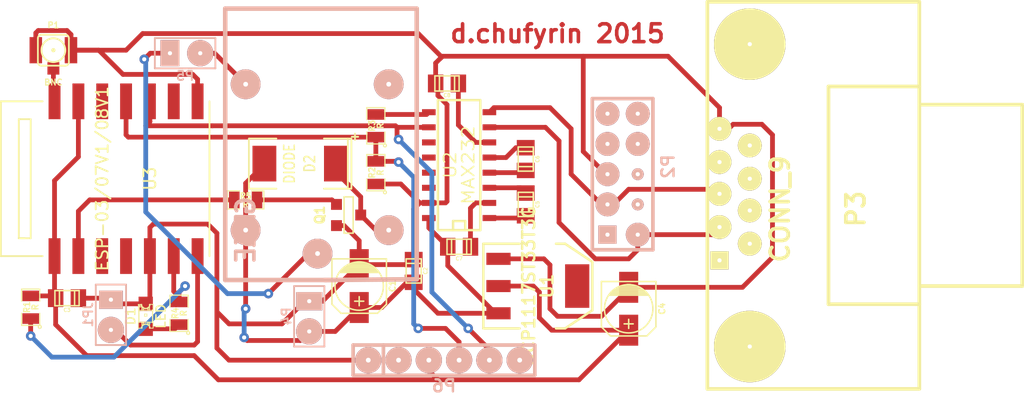
<source format=kicad_pcb>
(kicad_pcb (version 3) (host pcbnew "(2013-jul-07)-stable")

  (general
    (links 59)
    (no_connects 1)
    (area 159.096999 133.197599 245.516401 166.7256)
    (thickness 1.6)
    (drawings 1)
    (tracks 227)
    (zones 0)
    (modules 27)
    (nets 23)
  )

  (page A3)
  (layers
    (15 F.Cu signal)
    (0 B.Cu signal)
    (16 B.Adhes user)
    (17 F.Adhes user)
    (18 B.Paste user)
    (19 F.Paste user)
    (20 B.SilkS user)
    (21 F.SilkS user)
    (22 B.Mask user)
    (23 F.Mask user)
    (24 Dwgs.User user)
    (25 Cmts.User user)
    (26 Eco1.User user)
    (27 Eco2.User user)
    (28 Edge.Cuts user)
  )

  (setup
    (last_trace_width 0.254)
    (user_trace_width 0.4)
    (trace_clearance 0.254)
    (zone_clearance 0.508)
    (zone_45_only no)
    (trace_min 0.254)
    (segment_width 0.2)
    (edge_width 0.1)
    (via_size 2.2)
    (via_drill 0.35)
    (via_min_size 0.2)
    (via_min_drill 0.2)
    (user_via 0.8 0.35)
    (uvia_size 2.2)
    (uvia_drill 0.35)
    (uvias_allowed no)
    (uvia_min_size 0.2)
    (uvia_min_drill 0.2)
    (pcb_text_width 0.3)
    (pcb_text_size 1.5 1.5)
    (mod_edge_width 0.15)
    (mod_text_size 1 1)
    (mod_text_width 0.15)
    (pad_size 2.2 2.2)
    (pad_drill 0.4)
    (pad_to_mask_clearance 0)
    (aux_axis_origin 0 0)
    (visible_elements FFFFFFBF)
    (pcbplotparams
      (layerselection 3178497)
      (usegerberextensions false)
      (excludeedgelayer true)
      (linewidth 0.150000)
      (plotframeref false)
      (viasonmask false)
      (mode 1)
      (useauxorigin false)
      (hpglpennumber 1)
      (hpglpenspeed 20)
      (hpglpendiameter 15)
      (hpglpenoverlay 2)
      (psnegative false)
      (psa4output false)
      (plotreference true)
      (plotvalue true)
      (plotothertext true)
      (plotinvisibletext false)
      (padsonsilk false)
      (subtractmaskfromsilk false)
      (outputformat 5)
      (mirror false)
      (drillshape 0)
      (scaleselection 1)
      (outputdirectory ""))
  )

  (net 0 "")
  (net 1 +5V)
  (net 2 GND)
  (net 3 N-000001)
  (net 4 N-0000010)
  (net 5 N-0000012)
  (net 6 N-0000013)
  (net 7 N-0000014)
  (net 8 N-0000015)
  (net 9 N-0000016)
  (net 10 N-0000017)
  (net 11 N-0000018)
  (net 12 N-0000019)
  (net 13 N-000002)
  (net 14 N-0000020)
  (net 15 N-000003)
  (net 16 N-000004)
  (net 17 N-0000045)
  (net 18 N-000005)
  (net 19 N-000006)
  (net 20 N-000007)
  (net 21 N-000008)
  (net 22 N-000009)

  (net_class Default "This is the default net class."
    (clearance 0.254)
    (trace_width 0.254)
    (via_dia 2.2)
    (via_drill 0.35)
    (uvia_dia 2.2)
    (uvia_drill 0.35)
    (add_net "")
    (add_net +5V)
    (add_net GND)
    (add_net N-000001)
    (add_net N-0000010)
    (add_net N-0000012)
    (add_net N-0000013)
    (add_net N-0000014)
    (add_net N-0000015)
    (add_net N-0000016)
    (add_net N-0000017)
    (add_net N-0000018)
    (add_net N-0000019)
    (add_net N-000002)
    (add_net N-0000020)
    (add_net N-000003)
    (add_net N-000004)
    (add_net N-0000045)
    (add_net N-000005)
    (add_net N-000006)
    (add_net N-000007)
    (add_net N-000008)
    (add_net N-000009)
  )

  (module SOT23EBC (layer F.Cu) (tedit 3F980186) (tstamp 5634A8F4)
    (at 188.595 151.511 90)
    (descr "Module CMS SOT23 Transistore EBC")
    (tags "CMS SOT")
    (path /564397CA)
    (attr smd)
    (fp_text reference Q1 (at 0 -2.413 90) (layer F.SilkS)
      (effects (font (size 0.762 0.762) (thickness 0.2032)))
    )
    (fp_text value NPN (at 0 0 90) (layer F.SilkS) hide
      (effects (font (size 0.762 0.762) (thickness 0.2032)))
    )
    (fp_line (start -1.524 -0.381) (end 1.524 -0.381) (layer F.SilkS) (width 0.127))
    (fp_line (start 1.524 -0.381) (end 1.524 0.381) (layer F.SilkS) (width 0.127))
    (fp_line (start 1.524 0.381) (end -1.524 0.381) (layer F.SilkS) (width 0.127))
    (fp_line (start -1.524 0.381) (end -1.524 -0.381) (layer F.SilkS) (width 0.127))
    (pad 1 smd rect (at -0.889 -1.016 90) (size 0.9144 0.9144)
      (layers F.Cu F.Paste F.Mask)
      (net 2 GND)
    )
    (pad 2 smd rect (at 0.889 -1.016 90) (size 0.9144 0.9144)
      (layers F.Cu F.Paste F.Mask)
      (net 9 N-0000016)
    )
    (pad 3 smd rect (at 0 1.016 90) (size 0.9144 0.9144)
      (layers F.Cu F.Paste F.Mask)
      (net 15 N-000003)
    )
    (model smd/cms_sot23.wrl
      (at (xyz 0 0 0))
      (scale (xyz 0.13 0.15 0.15))
      (rotate (xyz 0 0 0))
    )
  )

  (module SOT223 (layer F.Cu) (tedit 200000) (tstamp 5634A90F)
    (at 204.47 157.48 270)
    (descr "module CMS SOT223 4 pins")
    (tags "CMS SOT")
    (path /5634A086)
    (attr smd)
    (fp_text reference U1 (at 0 -0.762 270) (layer F.SilkS)
      (effects (font (size 1.016 1.016) (thickness 0.2032)))
    )
    (fp_text value NCP1117ST33T3G (at 0 0.762 270) (layer F.SilkS)
      (effects (font (size 1.016 1.016) (thickness 0.2032)))
    )
    (fp_line (start -3.556 1.524) (end -3.556 4.572) (layer F.SilkS) (width 0.2032))
    (fp_line (start -3.556 4.572) (end 3.556 4.572) (layer F.SilkS) (width 0.2032))
    (fp_line (start 3.556 4.572) (end 3.556 1.524) (layer F.SilkS) (width 0.2032))
    (fp_line (start -3.556 -1.524) (end -3.556 -2.286) (layer F.SilkS) (width 0.2032))
    (fp_line (start -3.556 -2.286) (end -2.032 -4.572) (layer F.SilkS) (width 0.2032))
    (fp_line (start -2.032 -4.572) (end 2.032 -4.572) (layer F.SilkS) (width 0.2032))
    (fp_line (start 2.032 -4.572) (end 3.556 -2.286) (layer F.SilkS) (width 0.2032))
    (fp_line (start 3.556 -2.286) (end 3.556 -1.524) (layer F.SilkS) (width 0.2032))
    (pad 4 smd rect (at 0 -3.302 270) (size 3.6576 2.032)
      (layers F.Cu F.Paste F.Mask)
    )
    (pad 2 smd rect (at 0 3.302 270) (size 1.016 2.032)
      (layers F.Cu F.Paste F.Mask)
      (net 17 N-0000045)
    )
    (pad 3 smd rect (at 2.286 3.302 270) (size 1.016 2.032)
      (layers F.Cu F.Paste F.Mask)
      (net 1 +5V)
    )
    (pad 1 smd rect (at -2.286 3.302 270) (size 1.016 2.032)
      (layers F.Cu F.Paste F.Mask)
      (net 2 GND)
    )
    (model smd/SOT223.wrl
      (at (xyz 0 0 0))
      (scale (xyz 0.4 0.4 0.4))
      (rotate (xyz 0 0 0))
    )
  )

  (module SO16E (layer F.Cu) (tedit 4280700D) (tstamp 5634A92A)
    (at 197.866 147.32 90)
    (descr "Module CMS SOJ 16 pins etroit")
    (tags "CMS SOJ")
    (path /5634A095)
    (attr smd)
    (fp_text reference U2 (at 0 -0.762 90) (layer F.SilkS)
      (effects (font (size 1.016 1.143) (thickness 0.127)))
    )
    (fp_text value MAX232 (at 0 0.762 90) (layer F.SilkS)
      (effects (font (size 1.016 1.143) (thickness 0.127)))
    )
    (fp_line (start -5.461 -1.778) (end 5.461 -1.778) (layer F.SilkS) (width 0.2032))
    (fp_line (start 5.461 -1.778) (end 5.461 1.778) (layer F.SilkS) (width 0.2032))
    (fp_line (start 5.461 1.778) (end -5.461 1.778) (layer F.SilkS) (width 0.2032))
    (fp_line (start -5.461 1.778) (end -5.461 -1.778) (layer F.SilkS) (width 0.2032))
    (fp_line (start -5.461 -0.508) (end -4.699 -0.508) (layer F.SilkS) (width 0.2032))
    (fp_line (start -4.699 -0.508) (end -4.699 0.508) (layer F.SilkS) (width 0.2032))
    (fp_line (start -4.699 0.508) (end -5.461 0.508) (layer F.SilkS) (width 0.2032))
    (pad 1 smd rect (at -4.445 2.54 90) (size 0.508 1.143)
      (layers F.Cu F.Paste F.Mask)
      (net 20 N-000007)
    )
    (pad 2 smd rect (at -3.175 2.54 90) (size 0.508 1.143)
      (layers F.Cu F.Paste F.Mask)
      (net 16 N-000004)
    )
    (pad 3 smd rect (at -1.905 2.54 90) (size 0.508 1.143)
      (layers F.Cu F.Paste F.Mask)
      (net 19 N-000006)
    )
    (pad 4 smd rect (at -0.635 2.54 90) (size 0.508 1.143)
      (layers F.Cu F.Paste F.Mask)
      (net 21 N-000008)
    )
    (pad 5 smd rect (at 0.635 2.54 90) (size 0.508 1.143)
      (layers F.Cu F.Paste F.Mask)
      (net 22 N-000009)
    )
    (pad 6 smd rect (at 1.905 2.54 90) (size 0.508 1.143)
      (layers F.Cu F.Paste F.Mask)
      (net 18 N-000005)
    )
    (pad 7 smd rect (at 3.175 2.54 90) (size 0.508 1.143)
      (layers F.Cu F.Paste F.Mask)
      (net 3 N-000001)
    )
    (pad 8 smd rect (at 4.445 2.54 90) (size 0.508 1.143)
      (layers F.Cu F.Paste F.Mask)
      (net 13 N-000002)
    )
    (pad 9 smd rect (at 4.445 -2.54 90) (size 0.508 1.143)
      (layers F.Cu F.Paste F.Mask)
      (net 4 N-0000010)
    )
    (pad 10 smd rect (at 3.175 -2.54 90) (size 0.508 1.143)
      (layers F.Cu F.Paste F.Mask)
      (net 12 N-0000019)
    )
    (pad 11 smd rect (at 1.905 -2.54 90) (size 0.508 1.143)
      (layers F.Cu F.Paste F.Mask)
    )
    (pad 12 smd rect (at 0.635 -2.54 90) (size 0.508 1.143)
      (layers F.Cu F.Paste F.Mask)
    )
    (pad 13 smd rect (at -0.635 -2.54 90) (size 0.508 1.143)
      (layers F.Cu F.Paste F.Mask)
    )
    (pad 14 smd rect (at -1.905 -2.54 90) (size 0.508 1.143)
      (layers F.Cu F.Paste F.Mask)
    )
    (pad 15 smd rect (at -3.175 -2.54 90) (size 0.508 1.143)
      (layers F.Cu F.Paste F.Mask)
      (net 2 GND)
    )
    (pad 16 smd rect (at -4.445 -2.54 90) (size 0.508 1.143)
      (layers F.Cu F.Paste F.Mask)
      (net 1 +5V)
    )
    (model smd/cms_so16.wrl
      (at (xyz 0 0 0))
      (scale (xyz 0.5 0.3 0.5))
      (rotate (xyz 0 0 0))
    )
  )

  (module SM0805 (layer F.Cu) (tedit 5091495C) (tstamp 5634A944)
    (at 179.959 150.241)
    (path /56439990)
    (attr smd)
    (fp_text reference R5 (at 0 -0.3175) (layer F.SilkS)
      (effects (font (size 0.50038 0.50038) (thickness 0.10922)))
    )
    (fp_text value R (at 0 0.381) (layer F.SilkS)
      (effects (font (size 0.50038 0.50038) (thickness 0.10922)))
    )
    (fp_circle (center -1.651 0.762) (end -1.651 0.635) (layer F.SilkS) (width 0.09906))
    (fp_line (start -0.508 0.762) (end -1.524 0.762) (layer F.SilkS) (width 0.09906))
    (fp_line (start -1.524 0.762) (end -1.524 -0.762) (layer F.SilkS) (width 0.09906))
    (fp_line (start -1.524 -0.762) (end -0.508 -0.762) (layer F.SilkS) (width 0.09906))
    (fp_line (start 0.508 -0.762) (end 1.524 -0.762) (layer F.SilkS) (width 0.09906))
    (fp_line (start 1.524 -0.762) (end 1.524 0.762) (layer F.SilkS) (width 0.09906))
    (fp_line (start 1.524 0.762) (end 0.508 0.762) (layer F.SilkS) (width 0.09906))
    (pad 1 smd rect (at -0.9525 0) (size 0.889 1.397)
      (layers F.Cu F.Paste F.Mask)
      (net 7 N-0000014)
    )
    (pad 2 smd rect (at 0.9525 0) (size 0.889 1.397)
      (layers F.Cu F.Paste F.Mask)
      (net 9 N-0000016)
    )
    (model smd/chip_cms.wrl
      (at (xyz 0 0 0))
      (scale (xyz 0.1 0.1 0.1))
      (rotate (xyz 0 0 0))
    )
  )

  (module SM0805 (layer F.Cu) (tedit 5091495C) (tstamp 5634A985)
    (at 190.881 144.018 90)
    (path /5634A1D5)
    (attr smd)
    (fp_text reference R3 (at 0 -0.3175 90) (layer F.SilkS)
      (effects (font (size 0.50038 0.50038) (thickness 0.10922)))
    )
    (fp_text value R (at 0 0.381 90) (layer F.SilkS)
      (effects (font (size 0.50038 0.50038) (thickness 0.10922)))
    )
    (fp_circle (center -1.651 0.762) (end -1.651 0.635) (layer F.SilkS) (width 0.09906))
    (fp_line (start -0.508 0.762) (end -1.524 0.762) (layer F.SilkS) (width 0.09906))
    (fp_line (start -1.524 0.762) (end -1.524 -0.762) (layer F.SilkS) (width 0.09906))
    (fp_line (start -1.524 -0.762) (end -0.508 -0.762) (layer F.SilkS) (width 0.09906))
    (fp_line (start 0.508 -0.762) (end 1.524 -0.762) (layer F.SilkS) (width 0.09906))
    (fp_line (start 1.524 -0.762) (end 1.524 0.762) (layer F.SilkS) (width 0.09906))
    (fp_line (start 1.524 0.762) (end 0.508 0.762) (layer F.SilkS) (width 0.09906))
    (pad 1 smd rect (at -0.9525 0 90) (size 0.889 1.397)
      (layers F.Cu F.Paste F.Mask)
      (net 5 N-0000012)
    )
    (pad 2 smd rect (at 0.9525 0 90) (size 0.889 1.397)
      (layers F.Cu F.Paste F.Mask)
      (net 4 N-0000010)
    )
    (model smd/chip_cms.wrl
      (at (xyz 0 0 0))
      (scale (xyz 0.1 0.1 0.1))
      (rotate (xyz 0 0 0))
    )
  )

  (module SM0805 (layer F.Cu) (tedit 5091495C) (tstamp 5634A992)
    (at 190.881 147.955 90)
    (path /5634A1CF)
    (attr smd)
    (fp_text reference R2 (at 0 -0.3175 90) (layer F.SilkS)
      (effects (font (size 0.50038 0.50038) (thickness 0.10922)))
    )
    (fp_text value R (at 0 0.381 90) (layer F.SilkS)
      (effects (font (size 0.50038 0.50038) (thickness 0.10922)))
    )
    (fp_circle (center -1.651 0.762) (end -1.651 0.635) (layer F.SilkS) (width 0.09906))
    (fp_line (start -0.508 0.762) (end -1.524 0.762) (layer F.SilkS) (width 0.09906))
    (fp_line (start -1.524 0.762) (end -1.524 -0.762) (layer F.SilkS) (width 0.09906))
    (fp_line (start -1.524 -0.762) (end -0.508 -0.762) (layer F.SilkS) (width 0.09906))
    (fp_line (start 0.508 -0.762) (end 1.524 -0.762) (layer F.SilkS) (width 0.09906))
    (fp_line (start 1.524 -0.762) (end 1.524 0.762) (layer F.SilkS) (width 0.09906))
    (fp_line (start 1.524 0.762) (end 0.508 0.762) (layer F.SilkS) (width 0.09906))
    (pad 1 smd rect (at -0.9525 0 90) (size 0.889 1.397)
      (layers F.Cu F.Paste F.Mask)
      (net 2 GND)
    )
    (pad 2 smd rect (at 0.9525 0 90) (size 0.889 1.397)
      (layers F.Cu F.Paste F.Mask)
      (net 5 N-0000012)
    )
    (model smd/chip_cms.wrl
      (at (xyz 0 0 0))
      (scale (xyz 0.1 0.1 0.1))
      (rotate (xyz 0 0 0))
    )
  )

  (module SM0805 (layer F.Cu) (tedit 5091495C) (tstamp 5634A99F)
    (at 174.371 159.766 90)
    (path /5643A0E8)
    (attr smd)
    (fp_text reference R4 (at 0 -0.3175 90) (layer F.SilkS)
      (effects (font (size 0.50038 0.50038) (thickness 0.10922)))
    )
    (fp_text value R (at 0 0.381 90) (layer F.SilkS)
      (effects (font (size 0.50038 0.50038) (thickness 0.10922)))
    )
    (fp_circle (center -1.651 0.762) (end -1.651 0.635) (layer F.SilkS) (width 0.09906))
    (fp_line (start -0.508 0.762) (end -1.524 0.762) (layer F.SilkS) (width 0.09906))
    (fp_line (start -1.524 0.762) (end -1.524 -0.762) (layer F.SilkS) (width 0.09906))
    (fp_line (start -1.524 -0.762) (end -0.508 -0.762) (layer F.SilkS) (width 0.09906))
    (fp_line (start 0.508 -0.762) (end 1.524 -0.762) (layer F.SilkS) (width 0.09906))
    (fp_line (start 1.524 -0.762) (end 1.524 0.762) (layer F.SilkS) (width 0.09906))
    (fp_line (start 1.524 0.762) (end 0.508 0.762) (layer F.SilkS) (width 0.09906))
    (pad 1 smd rect (at -0.9525 0 90) (size 0.889 1.397)
      (layers F.Cu F.Paste F.Mask)
      (net 8 N-0000015)
    )
    (pad 2 smd rect (at 0.9525 0 90) (size 0.889 1.397)
      (layers F.Cu F.Paste F.Mask)
      (net 14 N-0000020)
    )
    (model smd/chip_cms.wrl
      (at (xyz 0 0 0))
      (scale (xyz 0.1 0.1 0.1))
      (rotate (xyz 0 0 0))
    )
  )

  (module SM0805 (layer F.Cu) (tedit 5091495C) (tstamp 5634A9AC)
    (at 161.925 159.258 90)
    (path /56439E7A)
    (attr smd)
    (fp_text reference R1 (at 0 -0.3175 90) (layer F.SilkS)
      (effects (font (size 0.50038 0.50038) (thickness 0.10922)))
    )
    (fp_text value R (at 0 0.381 90) (layer F.SilkS)
      (effects (font (size 0.50038 0.50038) (thickness 0.10922)))
    )
    (fp_circle (center -1.651 0.762) (end -1.651 0.635) (layer F.SilkS) (width 0.09906))
    (fp_line (start -0.508 0.762) (end -1.524 0.762) (layer F.SilkS) (width 0.09906))
    (fp_line (start -1.524 0.762) (end -1.524 -0.762) (layer F.SilkS) (width 0.09906))
    (fp_line (start -1.524 -0.762) (end -0.508 -0.762) (layer F.SilkS) (width 0.09906))
    (fp_line (start 0.508 -0.762) (end 1.524 -0.762) (layer F.SilkS) (width 0.09906))
    (fp_line (start 1.524 -0.762) (end 1.524 0.762) (layer F.SilkS) (width 0.09906))
    (fp_line (start 1.524 0.762) (end 0.508 0.762) (layer F.SilkS) (width 0.09906))
    (pad 1 smd rect (at -0.9525 0 90) (size 0.889 1.397)
      (layers F.Cu F.Paste F.Mask)
      (net 14 N-0000020)
    )
    (pad 2 smd rect (at 0.9525 0 90) (size 0.889 1.397)
      (layers F.Cu F.Paste F.Mask)
      (net 17 N-0000045)
    )
    (model smd/chip_cms.wrl
      (at (xyz 0 0 0))
      (scale (xyz 0.1 0.1 0.1))
      (rotate (xyz 0 0 0))
    )
  )

  (module PIN_ARRAY_5x2 (layer B.Cu) (tedit 56365E2C) (tstamp 56364D73)
    (at 211.582 148.082 90)
    (descr "Double rangee de contacts 2 x 5 pins")
    (tags CONN)
    (path /5634A0A4)
    (fp_text reference P2 (at 0.635 3.81 90) (layer B.SilkS)
      (effects (font (size 1.016 1.016) (thickness 0.2032)) (justify mirror))
    )
    (fp_text value CONN_5X2 (at 0 3.81 90) (layer B.SilkS) hide
      (effects (font (size 1.016 1.016) (thickness 0.2032)) (justify mirror))
    )
    (fp_line (start -6.35 2.54) (end 6.35 2.54) (layer B.SilkS) (width 0.3048))
    (fp_line (start 6.35 2.54) (end 6.35 -2.54) (layer B.SilkS) (width 0.3048))
    (fp_line (start 6.35 -2.54) (end -6.35 -2.54) (layer B.SilkS) (width 0.3048))
    (fp_line (start -6.35 -2.54) (end -6.35 2.54) (layer B.SilkS) (width 0.3048))
    (pad 1 thru_hole rect (at -5.08 -1.27 90) (size 1.524 1.524) (drill 0.35)
      (layers *.Cu *.Mask B.SilkS)
    )
    (pad 2 thru_hole circle (at -5.08 1.27 90) (size 2 2) (drill 0.35)
      (layers *.Cu *.Mask B.SilkS)
      (net 3 N-000001)
    )
    (pad 3 thru_hole circle (at -2.54 -1.27 90) (size 2 2) (drill 0.35)
      (layers *.Cu *.Mask B.SilkS)
      (net 13 N-000002)
    )
    (pad 4 thru_hole circle (at -2.54 1.27 90) (size 1 1) (drill 0.35)
      (layers *.Cu *.Mask B.SilkS)
    )
    (pad 5 thru_hole circle (at 0 -1.27 90) (size 2 2) (drill 0.35)
      (layers *.Cu *.Mask B.SilkS)
      (net 2 GND)
    )
    (pad 6 thru_hole circle (at 0 1.27 90) (size 1 1) (drill 0.35)
      (layers *.Cu *.Mask B.SilkS)
    )
    (pad 7 thru_hole circle (at 2.54 -1.27 90) (size 2 2) (drill 0.35)
      (layers *.Cu *.Mask B.SilkS)
    )
    (pad 8 thru_hole circle (at 2.54 1.27 90) (size 2 2) (drill 0.35)
      (layers *.Cu *.Mask B.SilkS)
    )
    (pad 9 thru_hole circle (at 5.08 -1.27 90) (size 2 2) (drill 0.35)
      (layers *.Cu *.Mask B.SilkS)
    )
    (pad 10 thru_hole circle (at 5.08 1.27 90) (size 2 2) (drill 0.35)
      (layers *.Cu *.Mask B.SilkS)
    )
    (model pin_array/pins_array_5x2.wrl
      (at (xyz 0 0 0))
      (scale (xyz 1 1 1))
      (rotate (xyz 0 0 0))
    )
  )

  (module PIN_ARRAY_2X1 (layer B.Cu) (tedit 56365D81) (tstamp 5634A9C8)
    (at 174.879 137.922)
    (descr "Connecteurs 2 pins")
    (tags "CONN DEV")
    (path /5643A5C8)
    (fp_text reference P5 (at 0 1.905) (layer B.SilkS)
      (effects (font (size 0.762 0.762) (thickness 0.1524)) (justify mirror))
    )
    (fp_text value CONN_2 (at 0 1.905) (layer B.SilkS) hide
      (effects (font (size 0.762 0.762) (thickness 0.1524)) (justify mirror))
    )
    (fp_line (start -2.54 -1.27) (end -2.54 1.27) (layer B.SilkS) (width 0.1524))
    (fp_line (start -2.54 1.27) (end 2.54 1.27) (layer B.SilkS) (width 0.1524))
    (fp_line (start 2.54 1.27) (end 2.54 -1.27) (layer B.SilkS) (width 0.1524))
    (fp_line (start 2.54 -1.27) (end -2.54 -1.27) (layer B.SilkS) (width 0.1524))
    (pad 1 thru_hole rect (at -1.27 0) (size 1.6 2.2) (drill 0.35)
      (layers *.Cu *.Mask B.SilkS)
      (net 11 N-0000018)
    )
    (pad 2 thru_hole circle (at 1.27 0) (size 2.2 2.2) (drill 0.35)
      (layers *.Cu *.Mask B.SilkS)
      (net 10 N-0000017)
    )
    (model pin_array/pins_array_2x1.wrl
      (at (xyz 0 0 0))
      (scale (xyz 1 1 1))
      (rotate (xyz 0 0 0))
    )
  )

  (module PIN_ARRAY_2X1 (layer B.Cu) (tedit 56365D9B) (tstamp 5634A9D2)
    (at 185.293 160.02 270)
    (descr "Connecteurs 2 pins")
    (tags "CONN DEV")
    (path /5634B09E)
    (fp_text reference P4 (at 0 1.905 270) (layer B.SilkS)
      (effects (font (size 0.762 0.762) (thickness 0.1524)) (justify mirror))
    )
    (fp_text value CONN_2 (at 0 1.905 270) (layer B.SilkS) hide
      (effects (font (size 0.762 0.762) (thickness 0.1524)) (justify mirror))
    )
    (fp_line (start -2.54 -1.27) (end -2.54 1.27) (layer B.SilkS) (width 0.1524))
    (fp_line (start -2.54 1.27) (end 2.54 1.27) (layer B.SilkS) (width 0.1524))
    (fp_line (start 2.54 1.27) (end 2.54 -1.27) (layer B.SilkS) (width 0.1524))
    (fp_line (start 2.54 -1.27) (end -2.54 -1.27) (layer B.SilkS) (width 0.1524))
    (pad 1 thru_hole rect (at -1.27 0 270) (size 1.524 2.2) (drill 0.35)
      (layers *.Cu *.Mask B.SilkS)
      (net 2 GND)
    )
    (pad 2 thru_hole circle (at 1.27 0 270) (size 2.2 2.2) (drill 0.35)
      (layers *.Cu *.Mask B.SilkS)
      (net 1 +5V)
    )
    (model pin_array/pins_array_2x1.wrl
      (at (xyz 0 0 0))
      (scale (xyz 1 1 1))
      (rotate (xyz 0 0 0))
    )
  )

  (module PIN_ARRAY_2X1 (layer B.Cu) (tedit 56365FB5) (tstamp 5634A9DC)
    (at 168.656 159.893 270)
    (descr "Connecteurs 2 pins")
    (tags "CONN DEV")
    (path /5634AD3A)
    (fp_text reference JP1 (at 0 1.905 270) (layer B.SilkS)
      (effects (font (size 0.762 0.762) (thickness 0.1524)) (justify mirror))
    )
    (fp_text value JUMPER (at 0 1.905 270) (layer B.SilkS) hide
      (effects (font (size 0.762 0.762) (thickness 0.1524)) (justify mirror))
    )
    (fp_line (start -2.54 -1.27) (end -2.54 1.27) (layer B.SilkS) (width 0.1524))
    (fp_line (start -2.54 1.27) (end 2.54 1.27) (layer B.SilkS) (width 0.1524))
    (fp_line (start 2.54 1.27) (end 2.54 -1.27) (layer B.SilkS) (width 0.1524))
    (fp_line (start 2.54 -1.27) (end -2.54 -1.27) (layer B.SilkS) (width 0.1524))
    (pad 1 thru_hole rect (at -1.27 0 270) (size 1.524 2) (drill 0.35)
      (layers *.Cu *.Mask B.SilkS)
      (net 2 GND)
    )
    (pad 2 thru_hole circle (at 1.27 0 270) (size 2.2 2.2) (drill 0.35)
      (layers *.Cu *.Mask B.SilkS)
      (net 2 GND)
    )
    (model pin_array/pins_array_2x1.wrl
      (at (xyz 0 0 0))
      (scale (xyz 1 1 1))
      (rotate (xyz 0 0 0))
    )
  )

  (module LED-0805 (layer F.Cu) (tedit 49DC4C0B) (tstamp 5634AA52)
    (at 171.577 160.02 90)
    (descr "LED 0805 smd package")
    (tags "LED 0805 SMD")
    (path /56439E0A)
    (attr smd)
    (fp_text reference D1 (at 0 -1.27 90) (layer F.SilkS)
      (effects (font (size 0.762 0.762) (thickness 0.127)))
    )
    (fp_text value LED (at 0 1.27 90) (layer F.SilkS)
      (effects (font (size 0.762 0.762) (thickness 0.127)))
    )
    (fp_line (start 0.49784 0.29972) (end 0.49784 0.62484) (layer F.SilkS) (width 0.06604))
    (fp_line (start 0.49784 0.62484) (end 0.99822 0.62484) (layer F.SilkS) (width 0.06604))
    (fp_line (start 0.99822 0.29972) (end 0.99822 0.62484) (layer F.SilkS) (width 0.06604))
    (fp_line (start 0.49784 0.29972) (end 0.99822 0.29972) (layer F.SilkS) (width 0.06604))
    (fp_line (start 0.49784 -0.32258) (end 0.49784 -0.17272) (layer F.SilkS) (width 0.06604))
    (fp_line (start 0.49784 -0.17272) (end 0.7493 -0.17272) (layer F.SilkS) (width 0.06604))
    (fp_line (start 0.7493 -0.32258) (end 0.7493 -0.17272) (layer F.SilkS) (width 0.06604))
    (fp_line (start 0.49784 -0.32258) (end 0.7493 -0.32258) (layer F.SilkS) (width 0.06604))
    (fp_line (start 0.49784 0.17272) (end 0.49784 0.32258) (layer F.SilkS) (width 0.06604))
    (fp_line (start 0.49784 0.32258) (end 0.7493 0.32258) (layer F.SilkS) (width 0.06604))
    (fp_line (start 0.7493 0.17272) (end 0.7493 0.32258) (layer F.SilkS) (width 0.06604))
    (fp_line (start 0.49784 0.17272) (end 0.7493 0.17272) (layer F.SilkS) (width 0.06604))
    (fp_line (start 0.49784 -0.19812) (end 0.49784 0.19812) (layer F.SilkS) (width 0.06604))
    (fp_line (start 0.49784 0.19812) (end 0.6731 0.19812) (layer F.SilkS) (width 0.06604))
    (fp_line (start 0.6731 -0.19812) (end 0.6731 0.19812) (layer F.SilkS) (width 0.06604))
    (fp_line (start 0.49784 -0.19812) (end 0.6731 -0.19812) (layer F.SilkS) (width 0.06604))
    (fp_line (start -0.99822 0.29972) (end -0.99822 0.62484) (layer F.SilkS) (width 0.06604))
    (fp_line (start -0.99822 0.62484) (end -0.49784 0.62484) (layer F.SilkS) (width 0.06604))
    (fp_line (start -0.49784 0.29972) (end -0.49784 0.62484) (layer F.SilkS) (width 0.06604))
    (fp_line (start -0.99822 0.29972) (end -0.49784 0.29972) (layer F.SilkS) (width 0.06604))
    (fp_line (start -0.99822 -0.62484) (end -0.99822 -0.29972) (layer F.SilkS) (width 0.06604))
    (fp_line (start -0.99822 -0.29972) (end -0.49784 -0.29972) (layer F.SilkS) (width 0.06604))
    (fp_line (start -0.49784 -0.62484) (end -0.49784 -0.29972) (layer F.SilkS) (width 0.06604))
    (fp_line (start -0.99822 -0.62484) (end -0.49784 -0.62484) (layer F.SilkS) (width 0.06604))
    (fp_line (start -0.7493 0.17272) (end -0.7493 0.32258) (layer F.SilkS) (width 0.06604))
    (fp_line (start -0.7493 0.32258) (end -0.49784 0.32258) (layer F.SilkS) (width 0.06604))
    (fp_line (start -0.49784 0.17272) (end -0.49784 0.32258) (layer F.SilkS) (width 0.06604))
    (fp_line (start -0.7493 0.17272) (end -0.49784 0.17272) (layer F.SilkS) (width 0.06604))
    (fp_line (start -0.7493 -0.32258) (end -0.7493 -0.17272) (layer F.SilkS) (width 0.06604))
    (fp_line (start -0.7493 -0.17272) (end -0.49784 -0.17272) (layer F.SilkS) (width 0.06604))
    (fp_line (start -0.49784 -0.32258) (end -0.49784 -0.17272) (layer F.SilkS) (width 0.06604))
    (fp_line (start -0.7493 -0.32258) (end -0.49784 -0.32258) (layer F.SilkS) (width 0.06604))
    (fp_line (start -0.6731 -0.19812) (end -0.6731 0.19812) (layer F.SilkS) (width 0.06604))
    (fp_line (start -0.6731 0.19812) (end -0.49784 0.19812) (layer F.SilkS) (width 0.06604))
    (fp_line (start -0.49784 -0.19812) (end -0.49784 0.19812) (layer F.SilkS) (width 0.06604))
    (fp_line (start -0.6731 -0.19812) (end -0.49784 -0.19812) (layer F.SilkS) (width 0.06604))
    (fp_line (start 0 -0.09906) (end 0 0.09906) (layer F.SilkS) (width 0.06604))
    (fp_line (start 0 0.09906) (end 0.19812 0.09906) (layer F.SilkS) (width 0.06604))
    (fp_line (start 0.19812 -0.09906) (end 0.19812 0.09906) (layer F.SilkS) (width 0.06604))
    (fp_line (start 0 -0.09906) (end 0.19812 -0.09906) (layer F.SilkS) (width 0.06604))
    (fp_line (start 0.49784 -0.59944) (end 0.49784 -0.29972) (layer F.SilkS) (width 0.06604))
    (fp_line (start 0.49784 -0.29972) (end 0.79756 -0.29972) (layer F.SilkS) (width 0.06604))
    (fp_line (start 0.79756 -0.59944) (end 0.79756 -0.29972) (layer F.SilkS) (width 0.06604))
    (fp_line (start 0.49784 -0.59944) (end 0.79756 -0.59944) (layer F.SilkS) (width 0.06604))
    (fp_line (start 0.92456 -0.62484) (end 0.92456 -0.39878) (layer F.SilkS) (width 0.06604))
    (fp_line (start 0.92456 -0.39878) (end 0.99822 -0.39878) (layer F.SilkS) (width 0.06604))
    (fp_line (start 0.99822 -0.62484) (end 0.99822 -0.39878) (layer F.SilkS) (width 0.06604))
    (fp_line (start 0.92456 -0.62484) (end 0.99822 -0.62484) (layer F.SilkS) (width 0.06604))
    (fp_line (start 0.52324 0.57404) (end -0.52324 0.57404) (layer F.SilkS) (width 0.1016))
    (fp_line (start -0.49784 -0.57404) (end 0.92456 -0.57404) (layer F.SilkS) (width 0.1016))
    (fp_circle (center 0.84836 -0.44958) (end 0.89916 -0.50038) (layer F.SilkS) (width 0.0508))
    (fp_arc (start 0.99822 0) (end 0.99822 0.34798) (angle 180) (layer F.SilkS) (width 0.1016))
    (fp_arc (start -0.99822 0) (end -0.99822 -0.34798) (angle 180) (layer F.SilkS) (width 0.1016))
    (pad 1 smd rect (at -1.04902 0 90) (size 1.19888 1.19888)
      (layers F.Cu F.Paste F.Mask)
      (net 8 N-0000015)
    )
    (pad 2 smd rect (at 1.04902 0 90) (size 1.19888 1.19888)
      (layers F.Cu F.Paste F.Mask)
      (net 2 GND)
    )
  )

  (module c_elec_4x5.8 (layer F.Cu) (tedit 49F5A3F0) (tstamp 5634AAA5)
    (at 189.484 157.48 270)
    (descr "SMT capacitor, aluminium electrolytic, 4x5.8")
    (path /5634A995)
    (fp_text reference C1 (at 0 -2.794 270) (layer F.SilkS)
      (effects (font (size 0.50038 0.50038) (thickness 0.11938)))
    )
    (fp_text value CP1 (at 0 2.794 270) (layer F.SilkS) hide
      (effects (font (size 0.50038 0.50038) (thickness 0.11938)))
    )
    (fp_line (start 1.651 0) (end 0.889 0) (layer F.SilkS) (width 0.127))
    (fp_line (start 1.27 -0.381) (end 1.27 0.381) (layer F.SilkS) (width 0.127))
    (fp_line (start 1.524 2.286) (end -2.286 2.286) (layer F.SilkS) (width 0.127))
    (fp_line (start 2.286 -1.524) (end 2.286 1.524) (layer F.SilkS) (width 0.127))
    (fp_line (start 1.524 2.286) (end 2.286 1.524) (layer F.SilkS) (width 0.127))
    (fp_line (start 1.524 -2.286) (end -2.286 -2.286) (layer F.SilkS) (width 0.127))
    (fp_line (start 1.524 -2.286) (end 2.286 -1.524) (layer F.SilkS) (width 0.127))
    (fp_line (start -2.032 0.127) (end -2.032 -0.127) (layer F.SilkS) (width 0.127))
    (fp_line (start -1.905 -0.635) (end -1.905 0.635) (layer F.SilkS) (width 0.127))
    (fp_line (start -1.778 0.889) (end -1.778 -0.889) (layer F.SilkS) (width 0.127))
    (fp_line (start -1.651 1.143) (end -1.651 -1.143) (layer F.SilkS) (width 0.127))
    (fp_line (start -1.524 -1.27) (end -1.524 1.27) (layer F.SilkS) (width 0.127))
    (fp_line (start -1.397 1.397) (end -1.397 -1.397) (layer F.SilkS) (width 0.127))
    (fp_line (start -1.27 -1.524) (end -1.27 1.524) (layer F.SilkS) (width 0.127))
    (fp_line (start -1.143 -1.651) (end -1.143 1.651) (layer F.SilkS) (width 0.127))
    (fp_circle (center 0 0) (end -2.032 0) (layer F.SilkS) (width 0.127))
    (fp_line (start -2.286 -2.286) (end -2.286 2.286) (layer F.SilkS) (width 0.127))
    (pad 1 smd rect (at 1.80086 0 270) (size 2.60096 1.6002)
      (layers F.Cu F.Paste F.Mask)
      (net 1 +5V)
    )
    (pad 2 smd rect (at -1.80086 0 270) (size 2.60096 1.6002)
      (layers F.Cu F.Paste F.Mask)
      (net 2 GND)
    )
    (model smd/capacitors/c_elec_4x5_8.wrl
      (at (xyz 0 0 0))
      (scale (xyz 1 1 1))
      (rotate (xyz 0 0 0))
    )
  )

  (module c_elec_4x5.7 (layer F.Cu) (tedit 49F5A3B0) (tstamp 5634AABC)
    (at 212.09 159.385 270)
    (descr "SMT capacitor, aluminium electrolytic, 4x5.7")
    (path /5643A78E)
    (fp_text reference C4 (at 0 -2.794 270) (layer F.SilkS)
      (effects (font (size 0.50038 0.50038) (thickness 0.11938)))
    )
    (fp_text value CP1 (at 0 2.794 270) (layer F.SilkS) hide
      (effects (font (size 0.50038 0.50038) (thickness 0.11938)))
    )
    (fp_line (start 1.651 0) (end 0.889 0) (layer F.SilkS) (width 0.127))
    (fp_line (start 1.27 -0.381) (end 1.27 0.381) (layer F.SilkS) (width 0.127))
    (fp_line (start 1.524 2.286) (end -2.286 2.286) (layer F.SilkS) (width 0.127))
    (fp_line (start 2.286 -1.524) (end 2.286 1.524) (layer F.SilkS) (width 0.127))
    (fp_line (start 1.524 2.286) (end 2.286 1.524) (layer F.SilkS) (width 0.127))
    (fp_line (start 1.524 -2.286) (end -2.286 -2.286) (layer F.SilkS) (width 0.127))
    (fp_line (start 1.524 -2.286) (end 2.286 -1.524) (layer F.SilkS) (width 0.127))
    (fp_line (start -2.032 0.127) (end -2.032 -0.127) (layer F.SilkS) (width 0.127))
    (fp_line (start -1.905 -0.635) (end -1.905 0.635) (layer F.SilkS) (width 0.127))
    (fp_line (start -1.778 0.889) (end -1.778 -0.889) (layer F.SilkS) (width 0.127))
    (fp_line (start -1.651 1.143) (end -1.651 -1.143) (layer F.SilkS) (width 0.127))
    (fp_line (start -1.524 -1.27) (end -1.524 1.27) (layer F.SilkS) (width 0.127))
    (fp_line (start -1.397 1.397) (end -1.397 -1.397) (layer F.SilkS) (width 0.127))
    (fp_line (start -1.27 -1.524) (end -1.27 1.524) (layer F.SilkS) (width 0.127))
    (fp_line (start -1.143 -1.651) (end -1.143 1.651) (layer F.SilkS) (width 0.127))
    (fp_circle (center 0 0) (end -2.032 0) (layer F.SilkS) (width 0.127))
    (fp_line (start -2.286 -2.286) (end -2.286 2.286) (layer F.SilkS) (width 0.127))
    (pad 1 smd rect (at 1.80086 0 270) (size 2.60096 1.6002)
      (layers F.Cu F.Paste F.Mask)
      (net 17 N-0000045)
    )
    (pad 2 smd rect (at -1.80086 0 270) (size 2.60096 1.6002)
      (layers F.Cu F.Paste F.Mask)
      (net 2 GND)
    )
    (model smd/capacitors/c_elec_4x5_7.wrl
      (at (xyz 0 0 0))
      (scale (xyz 1 1 1))
      (rotate (xyz 0 0 0))
    )
  )

  (module c_0805 (layer F.Cu) (tedit 49047394) (tstamp 5634AAC8)
    (at 196.85 140.462 180)
    (descr "SMT capacitor, 0805")
    (path /5634A7C1)
    (fp_text reference C8 (at 0 -0.9906 180) (layer F.SilkS)
      (effects (font (size 0.29972 0.29972) (thickness 0.06096)))
    )
    (fp_text value C (at 0 0.9906 180) (layer F.SilkS) hide
      (effects (font (size 0.29972 0.29972) (thickness 0.06096)))
    )
    (fp_line (start 0.635 -0.635) (end 0.635 0.635) (layer F.SilkS) (width 0.127))
    (fp_line (start -0.635 -0.635) (end -0.635 0.6096) (layer F.SilkS) (width 0.127))
    (fp_line (start -1.016 -0.635) (end 1.016 -0.635) (layer F.SilkS) (width 0.127))
    (fp_line (start 1.016 -0.635) (end 1.016 0.635) (layer F.SilkS) (width 0.127))
    (fp_line (start 1.016 0.635) (end -1.016 0.635) (layer F.SilkS) (width 0.127))
    (fp_line (start -1.016 0.635) (end -1.016 -0.635) (layer F.SilkS) (width 0.127))
    (pad 1 smd rect (at 0.9525 0 180) (size 1.30048 1.4986)
      (layers F.Cu F.Paste F.Mask)
      (net 2 GND)
    )
    (pad 2 smd rect (at -0.9525 0 180) (size 1.30048 1.4986)
      (layers F.Cu F.Paste F.Mask)
      (net 18 N-000005)
    )
    (model smd/capacitors/c_0805.wrl
      (at (xyz 0 0 0))
      (scale (xyz 1 1 1))
      (rotate (xyz 0 0 0))
    )
  )

  (module c_0805 (layer F.Cu) (tedit 49047394) (tstamp 5634AAD4)
    (at 203.454 150.622 270)
    (descr "SMT capacitor, 0805")
    (path /5634A809)
    (fp_text reference C5 (at 0 -0.9906 270) (layer F.SilkS)
      (effects (font (size 0.29972 0.29972) (thickness 0.06096)))
    )
    (fp_text value C (at 0 0.9906 270) (layer F.SilkS) hide
      (effects (font (size 0.29972 0.29972) (thickness 0.06096)))
    )
    (fp_line (start 0.635 -0.635) (end 0.635 0.635) (layer F.SilkS) (width 0.127))
    (fp_line (start -0.635 -0.635) (end -0.635 0.6096) (layer F.SilkS) (width 0.127))
    (fp_line (start -1.016 -0.635) (end 1.016 -0.635) (layer F.SilkS) (width 0.127))
    (fp_line (start 1.016 -0.635) (end 1.016 0.635) (layer F.SilkS) (width 0.127))
    (fp_line (start 1.016 0.635) (end -1.016 0.635) (layer F.SilkS) (width 0.127))
    (fp_line (start -1.016 0.635) (end -1.016 -0.635) (layer F.SilkS) (width 0.127))
    (pad 1 smd rect (at 0.9525 0 270) (size 1.30048 1.4986)
      (layers F.Cu F.Paste F.Mask)
      (net 20 N-000007)
    )
    (pad 2 smd rect (at -0.9525 0 270) (size 1.30048 1.4986)
      (layers F.Cu F.Paste F.Mask)
      (net 19 N-000006)
    )
    (model smd/capacitors/c_0805.wrl
      (at (xyz 0 0 0))
      (scale (xyz 1 1 1))
      (rotate (xyz 0 0 0))
    )
  )

  (module c_0805 (layer F.Cu) (tedit 49047394) (tstamp 5634AAE0)
    (at 203.454 146.812 270)
    (descr "SMT capacitor, 0805")
    (path /5634A80F)
    (fp_text reference C6 (at 0 -0.9906 270) (layer F.SilkS)
      (effects (font (size 0.29972 0.29972) (thickness 0.06096)))
    )
    (fp_text value C (at 0 0.9906 270) (layer F.SilkS) hide
      (effects (font (size 0.29972 0.29972) (thickness 0.06096)))
    )
    (fp_line (start 0.635 -0.635) (end 0.635 0.635) (layer F.SilkS) (width 0.127))
    (fp_line (start -0.635 -0.635) (end -0.635 0.6096) (layer F.SilkS) (width 0.127))
    (fp_line (start -1.016 -0.635) (end 1.016 -0.635) (layer F.SilkS) (width 0.127))
    (fp_line (start 1.016 -0.635) (end 1.016 0.635) (layer F.SilkS) (width 0.127))
    (fp_line (start 1.016 0.635) (end -1.016 0.635) (layer F.SilkS) (width 0.127))
    (fp_line (start -1.016 0.635) (end -1.016 -0.635) (layer F.SilkS) (width 0.127))
    (pad 1 smd rect (at 0.9525 0 270) (size 1.30048 1.4986)
      (layers F.Cu F.Paste F.Mask)
      (net 21 N-000008)
    )
    (pad 2 smd rect (at -0.9525 0 270) (size 1.30048 1.4986)
      (layers F.Cu F.Paste F.Mask)
      (net 22 N-000009)
    )
    (model smd/capacitors/c_0805.wrl
      (at (xyz 0 0 0))
      (scale (xyz 1 1 1))
      (rotate (xyz 0 0 0))
    )
  )

  (module c_0805 (layer F.Cu) (tedit 49047394) (tstamp 5634AAEC)
    (at 164.973 158.496 180)
    (descr "SMT capacitor, 0805")
    (path /5634A978)
    (fp_text reference C3 (at 0 -0.9906 180) (layer F.SilkS)
      (effects (font (size 0.29972 0.29972) (thickness 0.06096)))
    )
    (fp_text value C (at 0 0.9906 180) (layer F.SilkS) hide
      (effects (font (size 0.29972 0.29972) (thickness 0.06096)))
    )
    (fp_line (start 0.635 -0.635) (end 0.635 0.635) (layer F.SilkS) (width 0.127))
    (fp_line (start -0.635 -0.635) (end -0.635 0.6096) (layer F.SilkS) (width 0.127))
    (fp_line (start -1.016 -0.635) (end 1.016 -0.635) (layer F.SilkS) (width 0.127))
    (fp_line (start 1.016 -0.635) (end 1.016 0.635) (layer F.SilkS) (width 0.127))
    (fp_line (start 1.016 0.635) (end -1.016 0.635) (layer F.SilkS) (width 0.127))
    (fp_line (start -1.016 0.635) (end -1.016 -0.635) (layer F.SilkS) (width 0.127))
    (pad 1 smd rect (at 0.9525 0 180) (size 1.30048 1.4986)
      (layers F.Cu F.Paste F.Mask)
      (net 17 N-0000045)
    )
    (pad 2 smd rect (at -0.9525 0 180) (size 1.30048 1.4986)
      (layers F.Cu F.Paste F.Mask)
      (net 2 GND)
    )
    (model smd/capacitors/c_0805.wrl
      (at (xyz 0 0 0))
      (scale (xyz 1 1 1))
      (rotate (xyz 0 0 0))
    )
  )

  (module c_0805 (layer F.Cu) (tedit 49047394) (tstamp 5634AAF8)
    (at 194.056 156.21 270)
    (descr "SMT capacitor, 0805")
    (path /5634A97E)
    (fp_text reference C2 (at 0 -0.9906 270) (layer F.SilkS)
      (effects (font (size 0.29972 0.29972) (thickness 0.06096)))
    )
    (fp_text value C (at 0 0.9906 270) (layer F.SilkS) hide
      (effects (font (size 0.29972 0.29972) (thickness 0.06096)))
    )
    (fp_line (start 0.635 -0.635) (end 0.635 0.635) (layer F.SilkS) (width 0.127))
    (fp_line (start -0.635 -0.635) (end -0.635 0.6096) (layer F.SilkS) (width 0.127))
    (fp_line (start -1.016 -0.635) (end 1.016 -0.635) (layer F.SilkS) (width 0.127))
    (fp_line (start 1.016 -0.635) (end 1.016 0.635) (layer F.SilkS) (width 0.127))
    (fp_line (start 1.016 0.635) (end -1.016 0.635) (layer F.SilkS) (width 0.127))
    (fp_line (start -1.016 0.635) (end -1.016 -0.635) (layer F.SilkS) (width 0.127))
    (pad 1 smd rect (at 0.9525 0 270) (size 1.30048 1.4986)
      (layers F.Cu F.Paste F.Mask)
      (net 1 +5V)
    )
    (pad 2 smd rect (at -0.9525 0 270) (size 1.30048 1.4986)
      (layers F.Cu F.Paste F.Mask)
      (net 2 GND)
    )
    (model smd/capacitors/c_0805.wrl
      (at (xyz 0 0 0))
      (scale (xyz 1 1 1))
      (rotate (xyz 0 0 0))
    )
  )

  (module c_0805 (layer F.Cu) (tedit 49047394) (tstamp 5634AB04)
    (at 197.866 154.178 180)
    (descr "SMT capacitor, 0805")
    (path /5634A733)
    (fp_text reference C7 (at 0 -0.9906 180) (layer F.SilkS)
      (effects (font (size 0.29972 0.29972) (thickness 0.06096)))
    )
    (fp_text value C (at 0 0.9906 180) (layer F.SilkS) hide
      (effects (font (size 0.29972 0.29972) (thickness 0.06096)))
    )
    (fp_line (start 0.635 -0.635) (end 0.635 0.635) (layer F.SilkS) (width 0.127))
    (fp_line (start -0.635 -0.635) (end -0.635 0.6096) (layer F.SilkS) (width 0.127))
    (fp_line (start -1.016 -0.635) (end 1.016 -0.635) (layer F.SilkS) (width 0.127))
    (fp_line (start 1.016 -0.635) (end 1.016 0.635) (layer F.SilkS) (width 0.127))
    (fp_line (start 1.016 0.635) (end -1.016 0.635) (layer F.SilkS) (width 0.127))
    (fp_line (start -1.016 0.635) (end -1.016 -0.635) (layer F.SilkS) (width 0.127))
    (pad 1 smd rect (at 0.9525 0 180) (size 1.30048 1.4986)
      (layers F.Cu F.Paste F.Mask)
      (net 1 +5V)
    )
    (pad 2 smd rect (at -0.9525 0 180) (size 1.30048 1.4986)
      (layers F.Cu F.Paste F.Mask)
      (net 16 N-000004)
    )
    (model smd/capacitors/c_0805.wrl
      (at (xyz 0 0 0))
      (scale (xyz 1 1 1))
      (rotate (xyz 0 0 0))
    )
  )

  (module DB9MC (layer F.Cu) (tedit 5643A7B7) (tstamp 56364D60)
    (at 220.98 149.733 270)
    (descr "Connecteur DB9 male couche")
    (tags "CONN DB9")
    (path /5634A0B3)
    (fp_text reference P3 (at 1.27 -10.16 270) (layer F.SilkS)
      (effects (font (size 1.524 1.524) (thickness 0.3048)))
    )
    (fp_text value CONN_9 (at 1.27 -3.81 270) (layer F.SilkS)
      (effects (font (size 1.524 1.524) (thickness 0.3048)))
    )
    (fp_line (start -16.129 2.286) (end 16.383 2.286) (layer F.SilkS) (width 0.3048))
    (fp_line (start 16.383 2.286) (end 16.383 -15.494) (layer F.SilkS) (width 0.3048))
    (fp_line (start 16.383 -15.494) (end -16.129 -15.494) (layer F.SilkS) (width 0.3048))
    (fp_line (start -16.129 -15.494) (end -16.129 2.286) (layer F.SilkS) (width 0.3048))
    (fp_line (start -9.017 -15.494) (end -9.017 -7.874) (layer F.SilkS) (width 0.3048))
    (fp_line (start -9.017 -7.874) (end 9.271 -7.874) (layer F.SilkS) (width 0.3048))
    (fp_line (start 9.271 -7.874) (end 9.271 -15.494) (layer F.SilkS) (width 0.3048))
    (fp_line (start -7.493 -15.494) (end -7.493 -24.13) (layer F.SilkS) (width 0.3048))
    (fp_line (start -7.493 -24.13) (end 7.747 -24.13) (layer F.SilkS) (width 0.3048))
    (fp_line (start 7.747 -24.13) (end 7.747 -15.494) (layer F.SilkS) (width 0.3048))
    (pad "" thru_hole circle (at 12.827 -1.27 270) (size 6 6) (drill 0.35)
      (layers *.Cu *.Mask F.SilkS)
    )
    (pad "" thru_hole circle (at -12.573 -1.27 270) (size 6 6) (drill 0.35)
      (layers *.Cu *.Mask F.SilkS)
    )
    (pad 1 thru_hole rect (at 5.588 1.27 270) (size 1.524 1.524) (drill 0.35)
      (layers *.Cu *.Mask F.SilkS)
    )
    (pad 2 thru_hole circle (at 2.794 1.27 270) (size 2 2) (drill 0.35)
      (layers *.Cu *.Mask F.SilkS)
      (net 3 N-000001)
    )
    (pad 3 thru_hole circle (at 0 1.27 270) (size 2 2) (drill 0.35)
      (layers *.Cu *.Mask F.SilkS)
      (net 13 N-000002)
    )
    (pad 4 thru_hole circle (at -2.667 1.27 270) (size 2 2) (drill 0.35)
      (layers *.Cu *.Mask F.SilkS)
    )
    (pad 5 thru_hole circle (at -5.461 1.27 270) (size 2 2) (drill 0.35)
      (layers *.Cu *.Mask F.SilkS)
      (net 2 GND)
    )
    (pad 9 thru_hole circle (at -4.064 -1.27 270) (size 2 2) (drill 0.35)
      (layers *.Cu *.Mask F.SilkS)
    )
    (pad 8 thru_hole circle (at -1.27 -1.27 270) (size 2 2) (drill 0.35)
      (layers *.Cu *.Mask F.SilkS)
    )
    (pad 7 thru_hole circle (at 1.397 -1.27 270) (size 2 2) (drill 0.35)
      (layers *.Cu *.Mask F.SilkS)
    )
    (pad 6 thru_hole circle (at 4.191 -1.27 270) (size 2 2) (drill 0.35)
      (layers *.Cu *.Mask F.SilkS)
    )
    (model conn_DBxx/db9_male_pin90deg.wrl
      (at (xyz 0 0 0))
      (scale (xyz 1 1 1))
      (rotate (xyz 0 0 0))
    )
  )

  (module ESP-03 (layer F.Cu) (tedit 55089814) (tstamp 5643A078)
    (at 169.926 148.463 90)
    (path /564396AA)
    (fp_text reference U3 (at 0 2 90) (layer F.SilkS)
      (effects (font (size 1 1) (thickness 0.15)))
    )
    (fp_text value ESP-03/07V1/08V1 (at 0 -2 90) (layer F.SilkS)
      (effects (font (size 1 1) (thickness 0.15)))
    )
    (fp_line (start -5 -9) (end 5 -9) (layer F.SilkS) (width 0.15))
    (fp_line (start 5 -9) (end 5 -8) (layer F.SilkS) (width 0.15))
    (fp_line (start 5 -8) (end -5 -8) (layer F.SilkS) (width 0.15))
    (fp_line (start -5 -8) (end -5 -9) (layer F.SilkS) (width 0.15))
    (fp_line (start -5 -9) (end -5 -8.5) (layer F.SilkS) (width 0.15))
    (fp_line (start -6.5 7) (end 6.5 7) (layer F.SilkS) (width 0.15))
    (fp_line (start -6.5 -7) (end -6.5 -10.5) (layer F.SilkS) (width 0.15))
    (fp_line (start -6.5 -10.5) (end 6.5 -10.5) (layer F.SilkS) (width 0.15))
    (fp_line (start 6.5 -10.5) (end 6.5 -7) (layer F.SilkS) (width 0.15))
    (pad 1 smd rect (at -6.5 -6 90) (size 3 1)
      (layers F.Cu F.Paste F.Mask)
      (net 17 N-0000045)
    )
    (pad 2 smd rect (at -6.5 -4 90) (size 3 1)
      (layers F.Cu F.Paste F.Mask)
      (net 7 N-0000014)
    )
    (pad 3 smd rect (at -6.5 -2 90) (size 3 1)
      (layers F.Cu F.Paste F.Mask)
    )
    (pad 4 smd rect (at -6.5 0 90) (size 3 1)
      (layers F.Cu F.Paste F.Mask)
    )
    (pad 5 smd rect (at -6.5 2 90) (size 3 1)
      (layers F.Cu F.Paste F.Mask)
      (net 2 GND)
    )
    (pad 6 smd rect (at -6.5 4 90) (size 3 1)
      (layers F.Cu F.Paste F.Mask)
      (net 14 N-0000020)
    )
    (pad 7 smd rect (at -6.5 6 90) (size 3 1)
      (layers F.Cu F.Paste F.Mask)
      (net 2 GND)
    )
    (pad 8 smd rect (at 6.5 6 90) (size 3 1)
      (layers F.Cu F.Paste F.Mask)
      (net 2 GND)
    )
    (pad 9 smd rect (at 6.5 4 90) (size 3 1)
      (layers F.Cu F.Paste F.Mask)
    )
    (pad 10 smd rect (at 6.5 2 90) (size 3 1)
      (layers F.Cu F.Paste F.Mask)
      (net 12 N-0000019)
    )
    (pad 11 smd rect (at 6.5 0 90) (size 3 1)
      (layers F.Cu F.Paste F.Mask)
      (net 5 N-0000012)
    )
    (pad 12 smd rect (at 6.5 -2 90) (size 3 1)
      (layers F.Cu F.Paste F.Mask)
    )
    (pad 13 smd rect (at 6.5 -4 90) (size 3 1)
      (layers F.Cu F.Paste F.Mask)
      (net 17 N-0000045)
    )
    (pad 14 smd rect (at 6.5 -6 90) (size 3 1)
      (layers F.Cu F.Paste F.Mask)
      (net 6 N-0000013)
    )
  )

  (module SM2512 (layer F.Cu) (tedit 51015917) (tstamp 5634AA17)
    (at 184.531 147.193 180)
    (tags "CMS SM")
    (path /56439890)
    (attr smd)
    (fp_text reference D2 (at -0.8001 0 270) (layer F.SilkS)
      (effects (font (size 0.889 0.762) (thickness 0.127)))
    )
    (fp_text value DIODE (at 0.89916 0 270) (layer F.SilkS)
      (effects (font (size 0.889 0.762) (thickness 0.127)))
    )
    (fp_line (start -3.99956 -2.10058) (end -3.99956 2.10058) (layer F.SilkS) (width 0.14986))
    (fp_text user + (at -4.59994 2.30124 180) (layer F.SilkS)
      (effects (font (size 0.7 0.7) (thickness 0.15)))
    )
    (fp_line (start -4.30022 -2.10058) (end -4.30022 2.10058) (layer F.SilkS) (width 0.14986))
    (fp_line (start 4.30022 -2.10058) (end 4.30022 2.10058) (layer F.SilkS) (width 0.14986))
    (fp_line (start 1.99644 2.10566) (end 4.28244 2.10566) (layer F.SilkS) (width 0.14986))
    (fp_line (start 4.28244 -2.10566) (end 1.99644 -2.10566) (layer F.SilkS) (width 0.14986))
    (fp_line (start -1.99898 -2.10566) (end -4.28498 -2.10566) (layer F.SilkS) (width 0.14986))
    (fp_line (start -4.28244 2.10566) (end -1.99644 2.10566) (layer F.SilkS) (width 0.14986))
    (pad 1 smd rect (at -2.99974 0 180) (size 1.99898 2.99974)
      (layers F.Cu F.Paste F.Mask)
      (net 15 N-000003)
    )
    (pad 2 smd rect (at 2.99974 0 180) (size 1.99898 2.99974)
      (layers F.Cu F.Paste F.Mask)
      (net 1 +5V)
    )
    (model smd\chip_smd_pol_wide.wrl
      (at (xyz 0 0 0))
      (scale (xyz 0.35 0.35 0.35))
      (rotate (xyz 0 0 0))
    )
  )

  (module coaxial_u.fl-r-smt-1 (layer F.Cu) (tedit 517FA061) (tstamp 5634AA6F)
    (at 163.83 137.668)
    (descr "Ultra small surface mount coaxial connector, Hirose U.FL-R-SMT-1")
    (path /56439A40)
    (fp_text reference P1 (at 0 -2.1) (layer F.SilkS)
      (effects (font (size 0.5 0.5) (thickness 0.1)))
    )
    (fp_text value BNC (at 0 2.7) (layer F.SilkS)
      (effects (font (size 0.5 0.5) (thickness 0.1)))
    )
    (fp_circle (center 0 0) (end -0.1 0) (layer F.SilkS) (width 0.15))
    (fp_circle (center 0 0) (end -1 0) (layer F.SilkS) (width 0.15))
    (fp_line (start -1.3 1) (end -1.3 -1) (layer F.SilkS) (width 0.15))
    (fp_line (start 1 1.3) (end -1 1.3) (layer F.SilkS) (width 0.15))
    (fp_line (start 1.3 -1) (end 1.3 1) (layer F.SilkS) (width 0.15))
    (fp_line (start -1 -1.3) (end 1 -1.3) (layer F.SilkS) (width 0.15))
    (fp_arc (start -1 1) (end -1 1.3) (angle 90) (layer F.SilkS) (width 0.15))
    (fp_arc (start 1 1) (end 1.3 1) (angle 90) (layer F.SilkS) (width 0.15))
    (fp_arc (start 1 -1) (end 1 -1.3) (angle 90) (layer F.SilkS) (width 0.15))
    (fp_arc (start -1 -1) (end -1.3 -1) (angle 90) (layer F.SilkS) (width 0.15))
    (pad 2 smd rect (at -1.475 0) (size 1.05 2.2)
      (layers F.Cu F.Paste F.Mask)
      (net 2 GND)
      (solder_mask_margin 0.07)
      (solder_paste_margin -0.05)
    )
    (pad 2 smd rect (at 1.475 0) (size 1.05 2.2)
      (layers F.Cu F.Paste F.Mask)
      (net 2 GND)
      (solder_mask_margin 0.07)
      (solder_paste_margin -0.05)
    )
    (pad 1 smd rect (at 0 1.525) (size 1 1.05)
      (layers F.Cu F.Paste F.Mask)
      (net 6 N-0000013)
      (solder_mask_margin 0.07)
      (solder_paste_margin -0.05)
    )
    (model walter/conn_rf/coaxial_u.fl-r-smt-1.wrl
      (at (xyz 0 0 0))
      (scale (xyz 1 1 1))
      (rotate (xyz 0 0 0))
    )
  )

  (module G5LE (layer B.Cu) (tedit 5643A889) (tstamp 5634A951)
    (at 179.959 152.781 90)
    (path /564397B4)
    (fp_text reference R6 (at 0 0 90) (layer B.SilkS)
      (effects (font (size 1.524 1.524) (thickness 0.3048)) (justify mirror))
    )
    (fp_text value G5LE (at 0 0 90) (layer B.SilkS)
      (effects (font (size 1.524 1.524) (thickness 0.3048)) (justify mirror))
    )
    (fp_line (start -4.191 7.4295) (end -4.191 -1.7145) (layer B.SilkS) (width 0.381))
    (fp_line (start -4.191 -1.7145) (end 18.6055 -1.7145) (layer B.SilkS) (width 0.381))
    (fp_line (start 18.6055 -1.7145) (end 18.6055 14.351) (layer B.SilkS) (width 0.381))
    (fp_line (start 18.6055 14.351) (end -4.1275 14.351) (layer B.SilkS) (width 0.381))
    (fp_line (start -4.1275 14.351) (end -4.191 6.731) (layer B.SilkS) (width 0.381))
    (fp_line (start -4.191 6.731) (end -4.191 6.604) (layer B.SilkS) (width 0.381))
    (pad 2 thru_hole circle (at 0 0 90) (size 2.49936 2.49936) (drill 0.4)
      (layers *.Cu *.Mask B.SilkS)
      (net 1 +5V)
    )
    (pad 4 thru_hole circle (at -1.9685 6.0325 90) (size 2.49936 2.49936) (drill 0.4)
      (layers *.Cu *.Mask B.SilkS)
      (net 11 N-0000018)
    )
    (pad 1 thru_hole circle (at 0 12.0015 90) (size 2.49936 2.49936) (drill 0.4)
      (layers *.Cu *.Mask B.SilkS)
      (net 15 N-000003)
    )
    (pad 5 thru_hole circle (at 12.2555 0 90) (size 2.49936 2.49936) (drill 0.4)
      (layers *.Cu *.Mask B.SilkS)
      (net 10 N-0000017)
    )
    (pad 3 thru_hole circle (at 12.2555 12.0015 90) (size 2.49936 2.49936) (drill 0.4)
      (layers *.Cu *.Mask B.SilkS)
    )
  )

  (module PIN_ARRAY-6X1 (layer B.Cu) (tedit 56452635) (tstamp 5645256C)
    (at 196.596 163.703)
    (descr "Connecteur 6 pins")
    (tags "CONN DEV")
    (path /5645244A)
    (fp_text reference P6 (at 0 2.159) (layer B.SilkS)
      (effects (font (size 1.016 1.016) (thickness 0.2032)) (justify mirror))
    )
    (fp_text value CONN_6 (at 0 -2.159) (layer B.SilkS) hide
      (effects (font (size 1.016 0.889) (thickness 0.2032)) (justify mirror))
    )
    (fp_line (start -7.62 -1.27) (end -7.62 1.27) (layer B.SilkS) (width 0.3048))
    (fp_line (start -7.62 1.27) (end 7.62 1.27) (layer B.SilkS) (width 0.3048))
    (fp_line (start 7.62 1.27) (end 7.62 -1.27) (layer B.SilkS) (width 0.3048))
    (fp_line (start 7.62 -1.27) (end -7.62 -1.27) (layer B.SilkS) (width 0.3048))
    (fp_line (start -5.08 -1.27) (end -5.08 1.27) (layer B.SilkS) (width 0.3048))
    (pad 1 thru_hole circle (at -6.35 0) (size 2.2 2.2) (drill 0.4)
      (layers *.Cu *.Mask B.SilkS)
      (net 2 GND)
    )
    (pad 2 thru_hole circle (at -3.81 0) (size 2.2 2.2) (drill 0.4)
      (layers *.Cu *.Mask B.SilkS)
    )
    (pad 3 thru_hole circle (at -1.27 0) (size 2.2 2.2) (drill 0.4)
      (layers *.Cu *.Mask B.SilkS)
      (net 17 N-0000045)
    )
    (pad 4 thru_hole circle (at 1.27 0) (size 2.2 2.2) (drill 0.4)
      (layers *.Cu *.Mask B.SilkS)
      (net 5 N-0000012)
    )
    (pad 5 thru_hole circle (at 3.81 0) (size 2.2 2.2) (drill 0.4)
      (layers *.Cu *.Mask B.SilkS)
      (net 12 N-0000019)
    )
    (pad 6 thru_hole circle (at 6.35 0) (size 2.2 2.2) (drill 0.4)
      (layers *.Cu *.Mask B.SilkS)
    )
    (model pin_array/pins_array_6x1.wrl
      (at (xyz 0 0 0))
      (scale (xyz 1 1 1))
      (rotate (xyz 0 0 0))
    )
  )

  (gr_text "d.chufyrin 2015\n" (at 206.121 136.271) (layer F.Cu)
    (effects (font (size 1.5 1.5) (thickness 0.3)))
  )

  (segment (start 179.959 152.781) (end 179.959 159.385) (width 0.4) (layer F.Cu) (net 1))
  (segment (start 184.531 162.052) (end 185.293 161.29) (width 0.4) (layer F.Cu) (net 1) (tstamp 5643A6D7))
  (segment (start 180.086 162.052) (end 184.531 162.052) (width 0.4) (layer F.Cu) (net 1) (tstamp 5643A6D5))
  (segment (start 179.832 161.798) (end 180.086 162.052) (width 0.4) (layer F.Cu) (net 1) (tstamp 5643A6D4))
  (via (at 179.832 161.798) (size 0.8) (drill 0.35) (layers F.Cu B.Cu) (net 1))
  (segment (start 179.832 159.512) (end 179.832 161.798) (width 0.4) (layer B.Cu) (net 1) (tstamp 5643A6D2))
  (segment (start 179.959 159.385) (end 179.832 159.512) (width 0.4) (layer B.Cu) (net 1) (tstamp 5643A6D1))
  (via (at 179.959 159.385) (size 0.8) (drill 0.35) (layers F.Cu B.Cu) (net 1))
  (segment (start 185.293 161.29) (end 187.47486 161.29) (width 0.4) (layer F.Cu) (net 1))
  (segment (start 187.47486 161.29) (end 189.484 159.28086) (width 0.4) (layer F.Cu) (net 1) (tstamp 5643A59D))
  (segment (start 181.53126 147.193) (end 181.53126 147.27174) (width 0.4) (layer F.Cu) (net 1))
  (segment (start 179.959 148.844) (end 179.959 152.781) (width 0.4) (layer F.Cu) (net 1) (tstamp 5643A508))
  (segment (start 181.53126 147.27174) (end 179.959 148.844) (width 0.4) (layer F.Cu) (net 1) (tstamp 5643A507))
  (segment (start 194.056 157.1625) (end 193.4845 157.1625) (width 0.4) (layer F.Cu) (net 1))
  (segment (start 191.36614 159.28086) (end 189.484 159.28086) (width 0.4) (layer F.Cu) (net 1) (tstamp 5643A4D3))
  (segment (start 193.4845 157.1625) (end 191.36614 159.28086) (width 0.4) (layer F.Cu) (net 1) (tstamp 5643A4D2))
  (segment (start 201.168 159.766) (end 200.914 159.766) (width 0.4) (layer F.Cu) (net 1))
  (segment (start 196.9135 155.7655) (end 196.9135 154.178) (width 0.4) (layer F.Cu) (net 1) (tstamp 56365B85))
  (segment (start 200.914 159.766) (end 196.9135 155.7655) (width 0.4) (layer F.Cu) (net 1) (tstamp 56365B84))
  (segment (start 201.168 159.766) (end 196.088 159.766) (width 0.4) (layer F.Cu) (net 1))
  (segment (start 194.056 157.734) (end 194.056 157.1625) (width 0.4) (layer F.Cu) (net 1) (tstamp 56365AF1))
  (segment (start 196.088 159.766) (end 194.056 157.734) (width 0.4) (layer F.Cu) (net 1) (tstamp 56365AF0))
  (segment (start 195.326 151.765) (end 195.326 152.5905) (width 0.4) (layer F.Cu) (net 1))
  (segment (start 195.326 152.5905) (end 196.9135 154.178) (width 0.4) (layer F.Cu) (net 1) (tstamp 5636527D))
  (segment (start 171.926 152.559) (end 171.926 154.963) (width 0.4) (layer F.Cu) (net 2) (tstamp 5643A5CE))
  (segment (start 177.546 159.639) (end 177.546 153.035) (width 0.4) (layer F.Cu) (net 2) (tstamp 5643A5CA))
  (segment (start 177.546 153.035) (end 176.784 152.273) (width 0.4) (layer F.Cu) (net 2) (tstamp 5643A5CB))
  (segment (start 176.784 152.273) (end 172.212 152.273) (width 0.4) (layer F.Cu) (net 2) (tstamp 5643A5CC))
  (segment (start 172.212 152.273) (end 171.926 152.559) (width 0.4) (layer F.Cu) (net 2) (tstamp 5643A5CD))
  (segment (start 190.246 163.703) (end 178.562 163.703) (width 0.4) (layer F.Cu) (net 2))
  (segment (start 177.546 162.687) (end 177.546 159.639) (width 0.4) (layer F.Cu) (net 2) (tstamp 564525B5))
  (segment (start 178.562 163.703) (end 177.546 162.687) (width 0.4) (layer F.Cu) (net 2) (tstamp 564525B4))
  (segment (start 196.2785 138.3665) (end 196.4055 138.2395) (width 0.4) (layer F.Cu) (net 2) (tstamp 5643A5F4))
  (segment (start 196.469 138.176) (end 196.2785 138.3665) (width 0.4) (layer F.Cu) (net 2) (tstamp 5643A5F0))
  (segment (start 208.28 138.176) (end 196.469 138.176) (width 0.4) (layer F.Cu) (net 2) (tstamp 5643A607))
  (segment (start 210.312 148.082) (end 210.185 148.082) (width 0.4) (layer F.Cu) (net 2))
  (segment (start 219.71 142.494) (end 215.392 138.176) (width 0.4) (layer F.Cu) (net 2) (tstamp 5643A5EC))
  (segment (start 215.392 138.176) (end 208.28 138.176) (width 0.4) (layer F.Cu) (net 2) (tstamp 5643A5EE))
  (segment (start 219.71 144.272) (end 219.71 142.494) (width 0.4) (layer F.Cu) (net 2))
  (segment (start 210.185 148.082) (end 208.28 146.177) (width 0.4) (layer F.Cu) (net 2) (tstamp 5643A602))
  (segment (start 208.28 146.177) (end 208.28 138.176) (width 0.4) (layer F.Cu) (net 2) (tstamp 5643A603))
  (segment (start 165.305 137.668) (end 169.926 137.668) (width 0.4) (layer F.Cu) (net 2))
  (segment (start 194.437 136.271) (end 196.4055 138.2395) (width 0.4) (layer F.Cu) (net 2) (tstamp 5643A782))
  (segment (start 171.323 136.271) (end 194.437 136.271) (width 0.4) (layer F.Cu) (net 2) (tstamp 5643A781))
  (segment (start 169.926 137.668) (end 171.323 136.271) (width 0.4) (layer F.Cu) (net 2) (tstamp 5643A77F))
  (segment (start 175.926 141.963) (end 175.926 140.112) (width 0.4) (layer F.Cu) (net 2))
  (segment (start 167.64 137.668) (end 165.305 137.668) (width 0.4) (layer F.Cu) (net 2) (tstamp 5643A77B))
  (segment (start 169.672 139.7) (end 167.64 137.668) (width 0.4) (layer F.Cu) (net 2) (tstamp 5643A779))
  (segment (start 175.514 139.7) (end 169.672 139.7) (width 0.4) (layer F.Cu) (net 2) (tstamp 5643A778))
  (segment (start 175.926 140.112) (end 175.514 139.7) (width 0.4) (layer F.Cu) (net 2) (tstamp 5643A777))
  (segment (start 189.484 155.67914) (end 193.63436 155.67914) (width 0.4) (layer F.Cu) (net 2))
  (segment (start 193.63436 155.67914) (end 194.056 155.2575) (width 0.4) (layer F.Cu) (net 2) (tstamp 5643A61D))
  (segment (start 219.71 144.272) (end 220.472 144.272) (width 0.4) (layer F.Cu) (net 2))
  (segment (start 220.472 144.272) (end 220.853 143.891) (width 0.4) (layer F.Cu) (net 2) (tstamp 5643A612))
  (segment (start 220.853 143.891) (end 223.266 143.891) (width 0.4) (layer F.Cu) (net 2) (tstamp 5643A613))
  (segment (start 223.266 143.891) (end 224.155 144.78) (width 0.4) (layer F.Cu) (net 2) (tstamp 5643A614))
  (segment (start 224.155 144.78) (end 224.155 155.067) (width 0.4) (layer F.Cu) (net 2) (tstamp 5643A615))
  (segment (start 224.155 155.067) (end 221.63786 157.58414) (width 0.4) (layer F.Cu) (net 2) (tstamp 5643A616))
  (segment (start 221.63786 157.58414) (end 212.09 157.58414) (width 0.4) (layer F.Cu) (net 2) (tstamp 5643A618))
  (segment (start 195.8975 138.7475) (end 195.8975 140.462) (width 0.4) (layer F.Cu) (net 2) (tstamp 5643A5F1))
  (segment (start 196.4055 138.2395) (end 195.8975 138.7475) (width 0.4) (layer F.Cu) (net 2) (tstamp 5643A786))
  (segment (start 185.293 158.75) (end 184.912 158.75) (width 0.4) (layer F.Cu) (net 2))
  (segment (start 178.562 160.655) (end 177.546 159.639) (width 0.4) (layer F.Cu) (net 2) (tstamp 5643A5C8))
  (segment (start 183.007 160.655) (end 178.562 160.655) (width 0.4) (layer F.Cu) (net 2) (tstamp 5643A5C6))
  (segment (start 184.912 158.75) (end 183.007 160.655) (width 0.4) (layer F.Cu) (net 2) (tstamp 5643A5C5))
  (segment (start 165.305 137.668) (end 165.305 136.349) (width 0.4) (layer F.Cu) (net 2))
  (segment (start 162.355 136.222) (end 162.355 137.668) (width 0.4) (layer F.Cu) (net 2) (tstamp 5643A5A4))
  (segment (start 162.56 136.017) (end 162.355 136.222) (width 0.4) (layer F.Cu) (net 2) (tstamp 5643A5A3))
  (segment (start 164.973 136.017) (end 162.56 136.017) (width 0.4) (layer F.Cu) (net 2) (tstamp 5643A5A2))
  (segment (start 165.305 136.349) (end 164.973 136.017) (width 0.4) (layer F.Cu) (net 2) (tstamp 5643A5A1))
  (segment (start 185.293 158.75) (end 186.41314 158.75) (width 0.4) (layer F.Cu) (net 2))
  (segment (start 186.41314 158.75) (end 189.484 155.67914) (width 0.4) (layer F.Cu) (net 2) (tstamp 5643A59A))
  (segment (start 212.09 157.58414) (end 212.09 157.734) (width 0.4) (layer F.Cu) (net 2))
  (segment (start 212.09 157.734) (end 209.804 160.02) (width 0.4) (layer F.Cu) (net 2) (tstamp 5643A563))
  (segment (start 209.804 160.02) (end 206.121 160.02) (width 0.4) (layer F.Cu) (net 2) (tstamp 5643A564))
  (segment (start 206.121 160.02) (end 205.486 159.385) (width 0.4) (layer F.Cu) (net 2) (tstamp 5643A566))
  (segment (start 205.486 159.385) (end 205.486 155.702) (width 0.4) (layer F.Cu) (net 2) (tstamp 5643A567))
  (segment (start 205.486 155.702) (end 204.978 155.194) (width 0.4) (layer F.Cu) (net 2) (tstamp 5643A568))
  (segment (start 204.978 155.194) (end 201.168 155.194) (width 0.4) (layer F.Cu) (net 2) (tstamp 5643A569))
  (segment (start 190.881 148.9075) (end 192.9765 148.9075) (width 0.4) (layer F.Cu) (net 2))
  (segment (start 192.9765 148.9075) (end 194.564 150.495) (width 0.4) (layer F.Cu) (net 2) (tstamp 5643A4CE))
  (segment (start 195.326 150.495) (end 194.564 150.495) (width 0.4) (layer F.Cu) (net 2))
  (segment (start 194.056 151.003) (end 194.056 155.2575) (width 0.4) (layer F.Cu) (net 2) (tstamp 5643A4CB))
  (segment (start 194.564 150.495) (end 194.056 151.003) (width 0.4) (layer F.Cu) (net 2) (tstamp 5643A4CA))
  (segment (start 165.9255 158.496) (end 168.529 158.496) (width 0.4) (layer F.Cu) (net 2))
  (segment (start 168.529 158.496) (end 168.656 158.623) (width 0.4) (layer F.Cu) (net 2) (tstamp 5643A48D))
  (segment (start 171.577 158.97098) (end 169.00398 158.97098) (width 0.4) (layer F.Cu) (net 2))
  (segment (start 169.00398 158.97098) (end 168.656 158.623) (width 0.4) (layer F.Cu) (net 2) (tstamp 5643A46E))
  (segment (start 171.926 154.963) (end 171.926 158.62198) (width 0.4) (layer F.Cu) (net 2))
  (segment (start 171.926 158.62198) (end 171.577 158.97098) (width 0.4) (layer F.Cu) (net 2) (tstamp 5643A46B))
  (segment (start 187.579 152.4) (end 188.214 152.4) (width 0.4) (layer F.Cu) (net 2))
  (segment (start 189.484 153.67) (end 189.484 155.67914) (width 0.4) (layer F.Cu) (net 2) (tstamp 5643A38E))
  (segment (start 188.214 152.4) (end 189.484 153.67) (width 0.4) (layer F.Cu) (net 2) (tstamp 5643A38D))
  (segment (start 195.326 150.495) (end 196.723 150.495) (width 0.4) (layer F.Cu) (net 2))
  (segment (start 196.723 150.495) (end 196.85 150.368) (width 0.4) (layer F.Cu) (net 2) (tstamp 563651E9))
  (segment (start 196.85 150.368) (end 196.85 142.24) (width 0.4) (layer F.Cu) (net 2) (tstamp 563651EA))
  (segment (start 196.85 142.24) (end 196.088 141.478) (width 0.4) (layer F.Cu) (net 2) (tstamp 563651EB))
  (segment (start 196.088 141.478) (end 196.088 140.6525) (width 0.4) (layer F.Cu) (net 2) (tstamp 563651EC))
  (segment (start 196.088 140.6525) (end 195.8975 140.462) (width 0.4) (layer F.Cu) (net 2) (tstamp 563651ED))
  (segment (start 168.656 161.163) (end 169.037 161.163) (width 0.4) (layer F.Cu) (net 2))
  (segment (start 175.926 162.148) (end 175.926 154.963) (width 0.4) (layer F.Cu) (net 2) (tstamp 5643A47B))
  (segment (start 175.641 162.433) (end 175.926 162.148) (width 0.4) (layer F.Cu) (net 2) (tstamp 5643A47A))
  (segment (start 170.307 162.433) (end 175.641 162.433) (width 0.4) (layer F.Cu) (net 2) (tstamp 5643A479))
  (segment (start 169.037 161.163) (end 170.307 162.433) (width 0.4) (layer F.Cu) (net 2) (tstamp 5643A478))
  (segment (start 212.852 153.162) (end 219.075 153.162) (width 0.4) (layer F.Cu) (net 3))
  (segment (start 219.075 153.162) (end 219.71 152.527) (width 0.4) (layer F.Cu) (net 3) (tstamp 5643A60E))
  (segment (start 200.406 144.145) (end 205.105 144.145) (width 0.4) (layer F.Cu) (net 3))
  (segment (start 212.852 154.432) (end 212.852 153.162) (width 0.4) (layer F.Cu) (net 3) (tstamp 56364E3C))
  (segment (start 212.09 155.194) (end 212.852 154.432) (width 0.4) (layer F.Cu) (net 3) (tstamp 56364E3B))
  (segment (start 209.296 155.194) (end 212.09 155.194) (width 0.4) (layer F.Cu) (net 3) (tstamp 56364E39))
  (segment (start 206.248 152.146) (end 209.296 155.194) (width 0.4) (layer F.Cu) (net 3) (tstamp 56364E37))
  (segment (start 206.248 145.288) (end 206.248 152.146) (width 0.4) (layer F.Cu) (net 3) (tstamp 56364E36))
  (segment (start 205.105 144.145) (end 206.248 145.288) (width 0.4) (layer F.Cu) (net 3) (tstamp 56364E35))
  (segment (start 190.881 143.0655) (end 195.1355 143.0655) (width 0.4) (layer F.Cu) (net 4))
  (segment (start 195.1355 143.0655) (end 195.326 142.875) (width 0.4) (layer F.Cu) (net 4) (tstamp 5643A305))
  (segment (start 197.866 163.703) (end 197.866 162.179) (width 0.4) (layer F.Cu) (net 5))
  (segment (start 192.7225 147.0025) (end 190.881 147.0025) (width 0.4) (layer F.Cu) (net 5) (tstamp 564525E5))
  (segment (start 192.786 147.066) (end 192.7225 147.0025) (width 0.4) (layer F.Cu) (net 5) (tstamp 564525E4))
  (via (at 192.786 147.066) (size 0.8) (drill 0.35) (layers F.Cu B.Cu) (net 5))
  (segment (start 194.056 148.336) (end 192.786 147.066) (width 0.4) (layer B.Cu) (net 5) (tstamp 564525E2))
  (segment (start 194.056 160.655) (end 194.056 148.336) (width 0.4) (layer B.Cu) (net 5) (tstamp 564525D9))
  (segment (start 194.437 161.036) (end 194.056 160.655) (width 0.4) (layer B.Cu) (net 5) (tstamp 564525D8))
  (via (at 194.437 161.036) (size 0.8) (drill 0.35) (layers F.Cu B.Cu) (net 5))
  (segment (start 196.723 161.036) (end 194.437 161.036) (width 0.4) (layer F.Cu) (net 5) (tstamp 564525D3))
  (segment (start 197.866 162.179) (end 196.723 161.036) (width 0.4) (layer F.Cu) (net 5) (tstamp 564525CE))
  (segment (start 190.881 144.9705) (end 190.881 147.0025) (width 0.4) (layer F.Cu) (net 5))
  (segment (start 190.881 144.9705) (end 170.1165 144.9705) (width 0.4) (layer F.Cu) (net 5))
  (segment (start 169.926 144.78) (end 169.926 141.963) (width 0.4) (layer F.Cu) (net 5) (tstamp 5643A309))
  (segment (start 170.1165 144.9705) (end 169.926 144.78) (width 0.4) (layer F.Cu) (net 5) (tstamp 5643A308))
  (segment (start 163.83 139.193) (end 163.83 141.867) (width 0.4) (layer F.Cu) (net 6))
  (segment (start 163.83 141.867) (end 163.926 141.963) (width 0.4) (layer F.Cu) (net 6) (tstamp 5643A523))
  (segment (start 179.0065 150.241) (end 166.878 150.241) (width 0.4) (layer F.Cu) (net 7))
  (segment (start 165.926 151.193) (end 165.926 154.963) (width 0.4) (layer F.Cu) (net 7) (tstamp 5643A520))
  (segment (start 166.878 150.241) (end 165.926 151.193) (width 0.4) (layer F.Cu) (net 7) (tstamp 5643A51F))
  (segment (start 171.577 161.06902) (end 174.02048 161.06902) (width 0.4) (layer F.Cu) (net 8))
  (segment (start 174.02048 161.06902) (end 174.371 160.7185) (width 0.4) (layer F.Cu) (net 8) (tstamp 5643A471))
  (segment (start 180.9115 150.241) (end 187.198 150.241) (width 0.4) (layer F.Cu) (net 9))
  (segment (start 187.198 150.241) (end 187.579 150.622) (width 0.4) (layer F.Cu) (net 9) (tstamp 5643A51C))
  (segment (start 176.149 137.922) (end 177.3555 137.922) (width 0.4) (layer F.Cu) (net 10))
  (segment (start 177.3555 137.922) (end 179.959 140.5255) (width 0.4) (layer F.Cu) (net 10) (tstamp 5643A7A2))
  (segment (start 173.609 137.922) (end 171.958 137.922) (width 0.4) (layer F.Cu) (net 11))
  (segment (start 185.2295 154.7495) (end 185.9915 154.7495) (width 0.4) (layer F.Cu) (net 11) (tstamp 5643A79F))
  (segment (start 181.864 158.115) (end 185.2295 154.7495) (width 0.4) (layer F.Cu) (net 11) (tstamp 5643A79E))
  (via (at 181.864 158.115) (size 0.8) (drill 0.35) (layers F.Cu B.Cu) (net 11))
  (segment (start 178.435 158.115) (end 181.864 158.115) (width 0.4) (layer B.Cu) (net 11) (tstamp 5643A79B))
  (segment (start 171.577 151.257) (end 178.435 158.115) (width 0.4) (layer B.Cu) (net 11) (tstamp 5643A797))
  (segment (start 171.577 138.557) (end 171.577 151.257) (width 0.4) (layer B.Cu) (net 11) (tstamp 5643A78B))
  (segment (start 171.45 138.43) (end 171.577 138.557) (width 0.4) (layer B.Cu) (net 11) (tstamp 5643A78A))
  (via (at 171.45 138.43) (size 0.8) (drill 0.35) (layers F.Cu B.Cu) (net 11))
  (segment (start 171.958 137.922) (end 171.45 138.43) (width 0.4) (layer F.Cu) (net 11) (tstamp 5643A788))
  (segment (start 200.406 163.703) (end 200.406 162.814) (width 0.4) (layer F.Cu) (net 12))
  (segment (start 192.659 145.034) (end 192.659 144.145) (width 0.4) (layer F.Cu) (net 12) (tstamp 564525F3))
  (segment (start 192.786 145.161) (end 192.659 145.034) (width 0.4) (layer F.Cu) (net 12) (tstamp 564525F2))
  (via (at 192.786 145.161) (size 0.8) (drill 0.35) (layers F.Cu B.Cu) (net 12))
  (segment (start 195.58 147.955) (end 192.786 145.161) (width 0.4) (layer B.Cu) (net 12) (tstamp 564525EF))
  (segment (start 195.58 157.988) (end 195.58 147.955) (width 0.4) (layer B.Cu) (net 12) (tstamp 564525EB))
  (segment (start 198.628 161.036) (end 195.58 157.988) (width 0.4) (layer B.Cu) (net 12) (tstamp 564525EA))
  (via (at 198.628 161.036) (size 0.8) (drill 0.35) (layers F.Cu B.Cu) (net 12))
  (segment (start 200.406 162.814) (end 198.628 161.036) (width 0.4) (layer F.Cu) (net 12) (tstamp 564525E8))
  (segment (start 195.326 144.145) (end 192.659 144.145) (width 0.4) (layer F.Cu) (net 12))
  (segment (start 171.926 143.669) (end 171.926 141.963) (width 0.4) (layer F.Cu) (net 12) (tstamp 5643A302))
  (segment (start 171.577 144.018) (end 171.926 143.669) (width 0.4) (layer F.Cu) (net 12) (tstamp 5643A301))
  (segment (start 177.165 144.018) (end 171.577 144.018) (width 0.4) (layer F.Cu) (net 12) (tstamp 5643A300))
  (segment (start 192.532 144.018) (end 177.165 144.018) (width 0.4) (layer F.Cu) (net 12) (tstamp 5643A2FF))
  (segment (start 192.659 144.145) (end 192.532 144.018) (width 0.4) (layer F.Cu) (net 12) (tstamp 5643A2FE))
  (segment (start 210.312 150.622) (end 210.82 150.622) (width 0.4) (layer F.Cu) (net 13))
  (segment (start 219.329 149.352) (end 219.71 149.733) (width 0.4) (layer F.Cu) (net 13) (tstamp 5643A60B))
  (segment (start 212.09 149.352) (end 219.329 149.352) (width 0.4) (layer F.Cu) (net 13) (tstamp 5643A60A))
  (segment (start 210.82 150.622) (end 212.09 149.352) (width 0.4) (layer F.Cu) (net 13) (tstamp 5643A609))
  (segment (start 210.312 150.622) (end 209.804 150.622) (width 0.4) (layer F.Cu) (net 13))
  (segment (start 200.787 142.494) (end 200.406 142.875) (width 0.4) (layer F.Cu) (net 13) (tstamp 56364E32))
  (segment (start 205.486 142.494) (end 200.787 142.494) (width 0.4) (layer F.Cu) (net 13) (tstamp 56364E30))
  (segment (start 207.264 144.272) (end 205.486 142.494) (width 0.4) (layer F.Cu) (net 13) (tstamp 56364E2F))
  (segment (start 207.264 148.082) (end 207.264 144.272) (width 0.4) (layer F.Cu) (net 13) (tstamp 56364E2D))
  (segment (start 209.804 150.622) (end 207.264 148.082) (width 0.4) (layer F.Cu) (net 13) (tstamp 56364E2C))
  (segment (start 174.371 158.8135) (end 174.371 157.988) (width 0.4) (layer F.Cu) (net 14))
  (segment (start 161.925 161.671) (end 161.925 160.2105) (width 0.4) (layer F.Cu) (net 14) (tstamp 5643A66B))
  (via (at 161.925 161.671) (size 0.8) (drill 0.35) (layers F.Cu B.Cu) (net 14))
  (segment (start 163.703 163.449) (end 161.925 161.671) (width 0.4) (layer B.Cu) (net 14) (tstamp 5643A668))
  (segment (start 168.91 163.449) (end 163.703 163.449) (width 0.4) (layer B.Cu) (net 14) (tstamp 5643A660))
  (segment (start 174.879 157.48) (end 168.91 163.449) (width 0.4) (layer B.Cu) (net 14) (tstamp 5643A65F))
  (via (at 174.879 157.48) (size 0.8) (drill 0.35) (layers F.Cu B.Cu) (net 14))
  (segment (start 174.371 157.988) (end 174.879 157.48) (width 0.4) (layer F.Cu) (net 14) (tstamp 5643A659))
  (segment (start 174.371 158.8135) (end 174.371 158.369) (width 0.4) (layer F.Cu) (net 14))
  (segment (start 173.926 157.924) (end 173.926 154.963) (width 0.4) (layer F.Cu) (net 14) (tstamp 5643A475))
  (segment (start 174.371 158.369) (end 173.926 157.924) (width 0.4) (layer F.Cu) (net 14) (tstamp 5643A474))
  (segment (start 187.53074 147.193) (end 187.53074 147.90674) (width 0.4) (layer F.Cu) (net 15))
  (segment (start 189.611 149.987) (end 189.611 151.511) (width 0.4) (layer F.Cu) (net 15) (tstamp 5643A50C))
  (segment (start 187.53074 147.90674) (end 189.611 149.987) (width 0.4) (layer F.Cu) (net 15) (tstamp 5643A50B))
  (segment (start 191.9605 152.781) (end 190.881 152.781) (width 0.4) (layer F.Cu) (net 15))
  (segment (start 190.881 152.781) (end 189.611 151.511) (width 0.4) (layer F.Cu) (net 15) (tstamp 5643A38A))
  (segment (start 198.8185 154.178) (end 198.8185 150.9395) (width 0.4) (layer F.Cu) (net 16))
  (segment (start 199.263 150.495) (end 200.406 150.495) (width 0.4) (layer F.Cu) (net 16) (tstamp 56365285))
  (segment (start 198.8185 150.9395) (end 199.263 150.495) (width 0.4) (layer F.Cu) (net 16) (tstamp 56365284))
  (segment (start 196.088 165.354) (end 177.673 165.354) (width 0.4) (layer F.Cu) (net 17))
  (segment (start 164.0205 160.7185) (end 164.0205 158.496) (width 0.4) (layer F.Cu) (net 17) (tstamp 5645265A))
  (segment (start 166.624 163.322) (end 164.0205 160.7185) (width 0.4) (layer F.Cu) (net 17) (tstamp 56452658))
  (segment (start 175.641 163.322) (end 166.624 163.322) (width 0.4) (layer F.Cu) (net 17) (tstamp 56452656))
  (segment (start 177.673 165.354) (end 175.641 163.322) (width 0.4) (layer F.Cu) (net 17) (tstamp 56452654))
  (segment (start 195.326 163.703) (end 195.326 164.592) (width 0.4) (layer F.Cu) (net 17))
  (segment (start 207.92186 165.354) (end 212.09 161.18586) (width 0.4) (layer F.Cu) (net 17) (tstamp 56452650))
  (segment (start 196.088 165.354) (end 207.92186 165.354) (width 0.4) (layer F.Cu) (net 17) (tstamp 5645264F))
  (segment (start 195.326 164.592) (end 196.088 165.354) (width 0.4) (layer F.Cu) (net 17) (tstamp 5645264E))
  (segment (start 163.926 154.963) (end 163.926 148.621) (width 0.4) (layer F.Cu) (net 17))
  (segment (start 165.926 146.621) (end 165.926 141.963) (width 0.4) (layer F.Cu) (net 17) (tstamp 5643A674))
  (segment (start 163.926 148.621) (end 165.926 146.621) (width 0.4) (layer F.Cu) (net 17) (tstamp 5643A671))
  (segment (start 161.925 158.3055) (end 163.83 158.3055) (width 0.4) (layer F.Cu) (net 17))
  (segment (start 163.83 158.3055) (end 164.0205 158.496) (width 0.4) (layer F.Cu) (net 17) (tstamp 5643A66E))
  (segment (start 212.09 161.18586) (end 205.63586 161.18586) (width 0.4) (layer F.Cu) (net 17))
  (segment (start 205.63586 161.18586) (end 204.597 160.147) (width 0.4) (layer F.Cu) (net 17) (tstamp 5643A4C2))
  (segment (start 204.597 160.147) (end 204.597 157.988) (width 0.4) (layer F.Cu) (net 17) (tstamp 5643A4C3))
  (segment (start 204.597 157.988) (end 204.089 157.48) (width 0.4) (layer F.Cu) (net 17) (tstamp 5643A4C4))
  (segment (start 204.089 157.48) (end 201.168 157.48) (width 0.4) (layer F.Cu) (net 17) (tstamp 5643A4C5))
  (segment (start 163.926 154.963) (end 163.926 158.4015) (width 0.4) (layer F.Cu) (net 17))
  (segment (start 163.926 158.4015) (end 164.0205 158.496) (width 0.4) (layer F.Cu) (net 17) (tstamp 5643A48A))
  (segment (start 200.406 145.415) (end 199.263 145.415) (width 0.4) (layer F.Cu) (net 18))
  (segment (start 197.8025 143.9545) (end 197.8025 140.462) (width 0.4) (layer F.Cu) (net 18) (tstamp 56364E5B))
  (segment (start 199.263 145.415) (end 197.8025 143.9545) (width 0.4) (layer F.Cu) (net 18) (tstamp 56364E5A))
  (segment (start 200.406 149.225) (end 203.0095 149.225) (width 0.4) (layer F.Cu) (net 19))
  (segment (start 203.0095 149.225) (end 203.454 149.6695) (width 0.4) (layer F.Cu) (net 19) (tstamp 56364E42))
  (segment (start 200.406 151.765) (end 203.2635 151.765) (width 0.4) (layer F.Cu) (net 20))
  (segment (start 203.2635 151.765) (end 203.454 151.5745) (width 0.4) (layer F.Cu) (net 20) (tstamp 56364E3F))
  (segment (start 200.406 147.955) (end 203.2635 147.955) (width 0.4) (layer F.Cu) (net 21))
  (segment (start 203.2635 147.955) (end 203.454 147.7645) (width 0.4) (layer F.Cu) (net 21) (tstamp 56364E45))
  (segment (start 200.406 146.685) (end 201.803 146.685) (width 0.4) (layer F.Cu) (net 22))
  (segment (start 202.6285 145.8595) (end 203.454 145.8595) (width 0.4) (layer F.Cu) (net 22) (tstamp 56364E49))
  (segment (start 201.803 146.685) (end 202.6285 145.8595) (width 0.4) (layer F.Cu) (net 22) (tstamp 56364E48))

)

</source>
